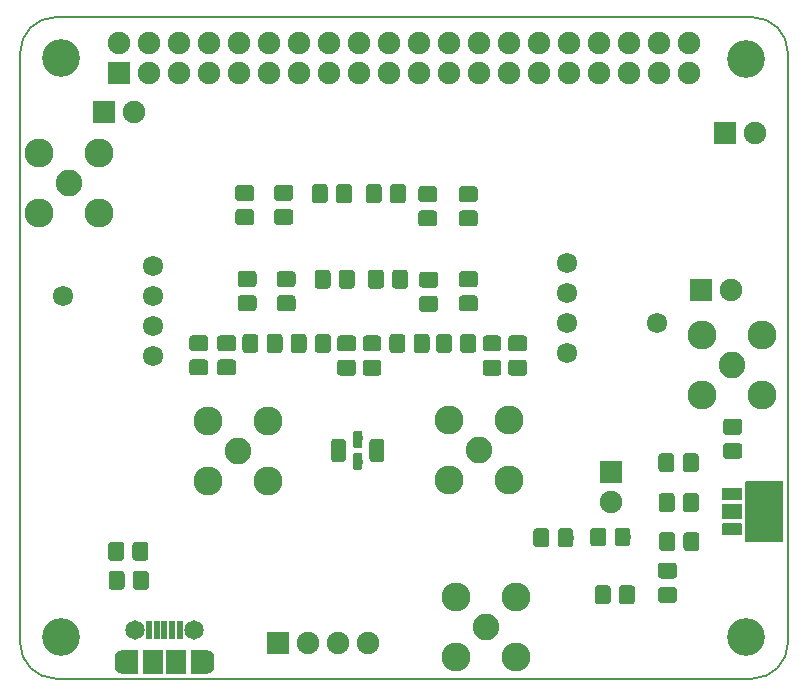
<source format=gts>
G04 #@! TF.GenerationSoftware,KiCad,Pcbnew,(5.1.4)-1*
G04 #@! TF.CreationDate,2019-10-20T15:20:57+05:30*
G04 #@! TF.ProjectId,RPi Hat RF Transmitter V1,52506920-4861-4742-9052-46205472616e,rev?*
G04 #@! TF.SameCoordinates,Original*
G04 #@! TF.FileFunction,Soldermask,Top*
G04 #@! TF.FilePolarity,Negative*
%FSLAX46Y46*%
G04 Gerber Fmt 4.6, Leading zero omitted, Abs format (unit mm)*
G04 Created by KiCad (PCBNEW (5.1.4)-1) date 2019-10-20 15:20:57*
%MOMM*%
%LPD*%
G04 APERTURE LIST*
%ADD10C,0.150000*%
%ADD11O,1.900000X1.900000*%
%ADD12R,1.900000X1.900000*%
%ADD13R,1.400000X2.100000*%
%ADD14O,1.400000X2.100000*%
%ADD15R,1.700000X2.100000*%
%ADD16C,1.650000*%
%ADD17R,0.600000X1.550000*%
%ADD18C,0.810000*%
%ADD19C,0.100000*%
%ADD20C,1.240000*%
%ADD21C,1.724000*%
%ADD22C,1.350000*%
%ADD23C,2.450000*%
%ADD24C,2.250000*%
%ADD25C,3.000000*%
%ADD26C,1.100000*%
%ADD27C,0.800000*%
%ADD28C,3.200000*%
G04 APERTURE END LIST*
D10*
X78546356Y-63817611D02*
X78546356Y-113817611D01*
X140546356Y-60817611D02*
X81546356Y-60817611D01*
X143546351Y-113822847D02*
X143546356Y-63817611D01*
X81546356Y-116817611D02*
X140546356Y-116817611D01*
X78546356Y-63817611D02*
G75*
G02X81546356Y-60817611I3000000J0D01*
G01*
X140546356Y-60817611D02*
G75*
G02X143546356Y-63817611I0J-3000000D01*
G01*
X81546356Y-116817611D02*
G75*
G02X78546356Y-113817611I0J3000000D01*
G01*
X143546351Y-113822847D02*
G75*
G02X140546356Y-116817611I-2999995J5236D01*
G01*
D11*
X138760000Y-83900000D03*
D12*
X136220000Y-83900000D03*
D11*
X88200000Y-68820000D03*
D12*
X85660000Y-68820000D03*
D13*
X87857500Y-115379500D03*
X93657500Y-115379500D03*
D14*
X94257500Y-115379500D03*
X87257500Y-115379500D03*
D15*
X89757500Y-115379500D03*
D16*
X93257500Y-112679500D03*
D17*
X90757500Y-112679500D03*
X91407500Y-112679500D03*
X92057500Y-112679500D03*
X89457500Y-112679500D03*
X90107500Y-112679500D03*
D16*
X88257500Y-112679500D03*
D15*
X91757500Y-115379500D03*
D18*
X107120000Y-96395000D03*
X107120000Y-98605000D03*
D19*
G36*
X107342348Y-95850975D02*
G01*
X107362006Y-95853891D01*
X107381283Y-95858720D01*
X107399993Y-95865414D01*
X107417958Y-95873911D01*
X107435003Y-95884127D01*
X107450965Y-95895965D01*
X107465689Y-95909311D01*
X107479035Y-95924035D01*
X107490873Y-95939997D01*
X107501089Y-95957042D01*
X107509586Y-95975007D01*
X107516280Y-95993717D01*
X107521109Y-96012994D01*
X107524025Y-96032652D01*
X107525000Y-96052500D01*
X107525000Y-97092500D01*
X107524025Y-97112348D01*
X107521109Y-97132006D01*
X107516280Y-97151283D01*
X107509586Y-97169993D01*
X107501089Y-97187958D01*
X107490873Y-97205003D01*
X107479035Y-97220965D01*
X107465689Y-97235689D01*
X107450965Y-97249035D01*
X107435003Y-97260873D01*
X107417958Y-97271089D01*
X107399993Y-97279586D01*
X107381283Y-97286280D01*
X107362006Y-97291109D01*
X107342348Y-97294025D01*
X107322500Y-97295000D01*
X106917500Y-97295000D01*
X106897652Y-97294025D01*
X106877994Y-97291109D01*
X106858717Y-97286280D01*
X106840007Y-97279586D01*
X106822042Y-97271089D01*
X106804997Y-97260873D01*
X106789035Y-97249035D01*
X106774311Y-97235689D01*
X106760965Y-97220965D01*
X106749127Y-97205003D01*
X106738911Y-97187958D01*
X106730414Y-97169993D01*
X106723720Y-97151283D01*
X106718891Y-97132006D01*
X106715975Y-97112348D01*
X106715000Y-97092500D01*
X106715000Y-96052500D01*
X106715975Y-96032652D01*
X106718891Y-96012994D01*
X106723720Y-95993717D01*
X106730414Y-95975007D01*
X106738911Y-95957042D01*
X106749127Y-95939997D01*
X106760965Y-95924035D01*
X106774311Y-95909311D01*
X106789035Y-95895965D01*
X106804997Y-95884127D01*
X106822042Y-95873911D01*
X106840007Y-95865414D01*
X106858717Y-95858720D01*
X106877994Y-95853891D01*
X106897652Y-95850975D01*
X106917500Y-95850000D01*
X107322500Y-95850000D01*
X107342348Y-95850975D01*
X107342348Y-95850975D01*
G37*
D18*
X107120000Y-96572500D03*
D19*
G36*
X107342348Y-97705975D02*
G01*
X107362006Y-97708891D01*
X107381283Y-97713720D01*
X107399993Y-97720414D01*
X107417958Y-97728911D01*
X107435003Y-97739127D01*
X107450965Y-97750965D01*
X107465689Y-97764311D01*
X107479035Y-97779035D01*
X107490873Y-97794997D01*
X107501089Y-97812042D01*
X107509586Y-97830007D01*
X107516280Y-97848717D01*
X107521109Y-97867994D01*
X107524025Y-97887652D01*
X107525000Y-97907500D01*
X107525000Y-98947500D01*
X107524025Y-98967348D01*
X107521109Y-98987006D01*
X107516280Y-99006283D01*
X107509586Y-99024993D01*
X107501089Y-99042958D01*
X107490873Y-99060003D01*
X107479035Y-99075965D01*
X107465689Y-99090689D01*
X107450965Y-99104035D01*
X107435003Y-99115873D01*
X107417958Y-99126089D01*
X107399993Y-99134586D01*
X107381283Y-99141280D01*
X107362006Y-99146109D01*
X107342348Y-99149025D01*
X107322500Y-99150000D01*
X106917500Y-99150000D01*
X106897652Y-99149025D01*
X106877994Y-99146109D01*
X106858717Y-99141280D01*
X106840007Y-99134586D01*
X106822042Y-99126089D01*
X106804997Y-99115873D01*
X106789035Y-99104035D01*
X106774311Y-99090689D01*
X106760965Y-99075965D01*
X106749127Y-99060003D01*
X106738911Y-99042958D01*
X106730414Y-99024993D01*
X106723720Y-99006283D01*
X106718891Y-98987006D01*
X106715975Y-98967348D01*
X106715000Y-98947500D01*
X106715000Y-97907500D01*
X106715975Y-97887652D01*
X106718891Y-97867994D01*
X106723720Y-97848717D01*
X106730414Y-97830007D01*
X106738911Y-97812042D01*
X106749127Y-97794997D01*
X106760965Y-97779035D01*
X106774311Y-97764311D01*
X106789035Y-97750965D01*
X106804997Y-97739127D01*
X106822042Y-97728911D01*
X106840007Y-97720414D01*
X106858717Y-97713720D01*
X106877994Y-97708891D01*
X106897652Y-97705975D01*
X106917500Y-97705000D01*
X107322500Y-97705000D01*
X107342348Y-97705975D01*
X107342348Y-97705975D01*
G37*
D18*
X107120000Y-98427500D03*
D19*
G36*
X109096570Y-96501433D02*
G01*
X109125459Y-96505718D01*
X109153789Y-96512815D01*
X109181287Y-96522653D01*
X109207688Y-96535140D01*
X109232738Y-96550155D01*
X109256195Y-96567552D01*
X109277835Y-96587165D01*
X109297448Y-96608805D01*
X109314845Y-96632262D01*
X109329860Y-96657312D01*
X109342347Y-96683713D01*
X109352185Y-96711211D01*
X109359282Y-96739541D01*
X109363567Y-96768430D01*
X109365000Y-96797600D01*
X109365000Y-98202400D01*
X109363567Y-98231570D01*
X109359282Y-98260459D01*
X109352185Y-98288789D01*
X109342347Y-98316287D01*
X109329860Y-98342688D01*
X109314845Y-98367738D01*
X109297448Y-98391195D01*
X109277835Y-98412835D01*
X109256195Y-98432448D01*
X109232738Y-98449845D01*
X109207688Y-98464860D01*
X109181287Y-98477347D01*
X109153789Y-98487185D01*
X109125459Y-98494282D01*
X109096570Y-98498567D01*
X109067400Y-98500000D01*
X108422600Y-98500000D01*
X108393430Y-98498567D01*
X108364541Y-98494282D01*
X108336211Y-98487185D01*
X108308713Y-98477347D01*
X108282312Y-98464860D01*
X108257262Y-98449845D01*
X108233805Y-98432448D01*
X108212165Y-98412835D01*
X108192552Y-98391195D01*
X108175155Y-98367738D01*
X108160140Y-98342688D01*
X108147653Y-98316287D01*
X108137815Y-98288789D01*
X108130718Y-98260459D01*
X108126433Y-98231570D01*
X108125000Y-98202400D01*
X108125000Y-96797600D01*
X108126433Y-96768430D01*
X108130718Y-96739541D01*
X108137815Y-96711211D01*
X108147653Y-96683713D01*
X108160140Y-96657312D01*
X108175155Y-96632262D01*
X108192552Y-96608805D01*
X108212165Y-96587165D01*
X108233805Y-96567552D01*
X108257262Y-96550155D01*
X108282312Y-96535140D01*
X108308713Y-96522653D01*
X108336211Y-96512815D01*
X108364541Y-96505718D01*
X108393430Y-96501433D01*
X108422600Y-96500000D01*
X109067400Y-96500000D01*
X109096570Y-96501433D01*
X109096570Y-96501433D01*
G37*
D20*
X108745000Y-97500000D03*
D19*
G36*
X105846570Y-96501433D02*
G01*
X105875459Y-96505718D01*
X105903789Y-96512815D01*
X105931287Y-96522653D01*
X105957688Y-96535140D01*
X105982738Y-96550155D01*
X106006195Y-96567552D01*
X106027835Y-96587165D01*
X106047448Y-96608805D01*
X106064845Y-96632262D01*
X106079860Y-96657312D01*
X106092347Y-96683713D01*
X106102185Y-96711211D01*
X106109282Y-96739541D01*
X106113567Y-96768430D01*
X106115000Y-96797600D01*
X106115000Y-98202400D01*
X106113567Y-98231570D01*
X106109282Y-98260459D01*
X106102185Y-98288789D01*
X106092347Y-98316287D01*
X106079860Y-98342688D01*
X106064845Y-98367738D01*
X106047448Y-98391195D01*
X106027835Y-98412835D01*
X106006195Y-98432448D01*
X105982738Y-98449845D01*
X105957688Y-98464860D01*
X105931287Y-98477347D01*
X105903789Y-98487185D01*
X105875459Y-98494282D01*
X105846570Y-98498567D01*
X105817400Y-98500000D01*
X105172600Y-98500000D01*
X105143430Y-98498567D01*
X105114541Y-98494282D01*
X105086211Y-98487185D01*
X105058713Y-98477347D01*
X105032312Y-98464860D01*
X105007262Y-98449845D01*
X104983805Y-98432448D01*
X104962165Y-98412835D01*
X104942552Y-98391195D01*
X104925155Y-98367738D01*
X104910140Y-98342688D01*
X104897653Y-98316287D01*
X104887815Y-98288789D01*
X104880718Y-98260459D01*
X104876433Y-98231570D01*
X104875000Y-98202400D01*
X104875000Y-96797600D01*
X104876433Y-96768430D01*
X104880718Y-96739541D01*
X104887815Y-96711211D01*
X104897653Y-96683713D01*
X104910140Y-96657312D01*
X104925155Y-96632262D01*
X104942552Y-96608805D01*
X104962165Y-96587165D01*
X104983805Y-96567552D01*
X105007262Y-96550155D01*
X105032312Y-96535140D01*
X105058713Y-96522653D01*
X105086211Y-96512815D01*
X105114541Y-96505718D01*
X105143430Y-96501433D01*
X105172600Y-96500000D01*
X105817400Y-96500000D01*
X105846570Y-96501433D01*
X105846570Y-96501433D01*
G37*
D20*
X105495000Y-97500000D03*
D21*
X89820000Y-81900000D03*
X89820000Y-84440000D03*
X89820000Y-86980000D03*
X89820000Y-89520000D03*
X82200000Y-84440000D03*
X124840000Y-89280000D03*
X124840000Y-86740000D03*
X124840000Y-84200000D03*
X124840000Y-81660000D03*
X132460000Y-86740000D03*
D19*
G36*
X121196289Y-89823413D02*
G01*
X121224778Y-89827639D01*
X121252715Y-89834637D01*
X121279832Y-89844340D01*
X121305867Y-89856653D01*
X121330570Y-89871460D01*
X121353703Y-89888616D01*
X121375043Y-89907957D01*
X121394384Y-89929297D01*
X121411540Y-89952430D01*
X121426347Y-89977133D01*
X121438660Y-90003168D01*
X121448363Y-90030285D01*
X121455361Y-90058222D01*
X121459587Y-90086711D01*
X121461000Y-90115477D01*
X121461000Y-90878523D01*
X121459587Y-90907289D01*
X121455361Y-90935778D01*
X121448363Y-90963715D01*
X121438660Y-90990832D01*
X121426347Y-91016867D01*
X121411540Y-91041570D01*
X121394384Y-91064703D01*
X121375043Y-91086043D01*
X121353703Y-91105384D01*
X121330570Y-91122540D01*
X121305867Y-91137347D01*
X121279832Y-91149660D01*
X121252715Y-91159363D01*
X121224778Y-91166361D01*
X121196289Y-91170587D01*
X121167523Y-91172000D01*
X120154477Y-91172000D01*
X120125711Y-91170587D01*
X120097222Y-91166361D01*
X120069285Y-91159363D01*
X120042168Y-91149660D01*
X120016133Y-91137347D01*
X119991430Y-91122540D01*
X119968297Y-91105384D01*
X119946957Y-91086043D01*
X119927616Y-91064703D01*
X119910460Y-91041570D01*
X119895653Y-91016867D01*
X119883340Y-90990832D01*
X119873637Y-90963715D01*
X119866639Y-90935778D01*
X119862413Y-90907289D01*
X119861000Y-90878523D01*
X119861000Y-90115477D01*
X119862413Y-90086711D01*
X119866639Y-90058222D01*
X119873637Y-90030285D01*
X119883340Y-90003168D01*
X119895653Y-89977133D01*
X119910460Y-89952430D01*
X119927616Y-89929297D01*
X119946957Y-89907957D01*
X119968297Y-89888616D01*
X119991430Y-89871460D01*
X120016133Y-89856653D01*
X120042168Y-89844340D01*
X120069285Y-89834637D01*
X120097222Y-89827639D01*
X120125711Y-89823413D01*
X120154477Y-89822000D01*
X121167523Y-89822000D01*
X121196289Y-89823413D01*
X121196289Y-89823413D01*
G37*
D22*
X120661000Y-90497000D03*
D19*
G36*
X121196289Y-87773413D02*
G01*
X121224778Y-87777639D01*
X121252715Y-87784637D01*
X121279832Y-87794340D01*
X121305867Y-87806653D01*
X121330570Y-87821460D01*
X121353703Y-87838616D01*
X121375043Y-87857957D01*
X121394384Y-87879297D01*
X121411540Y-87902430D01*
X121426347Y-87927133D01*
X121438660Y-87953168D01*
X121448363Y-87980285D01*
X121455361Y-88008222D01*
X121459587Y-88036711D01*
X121461000Y-88065477D01*
X121461000Y-88828523D01*
X121459587Y-88857289D01*
X121455361Y-88885778D01*
X121448363Y-88913715D01*
X121438660Y-88940832D01*
X121426347Y-88966867D01*
X121411540Y-88991570D01*
X121394384Y-89014703D01*
X121375043Y-89036043D01*
X121353703Y-89055384D01*
X121330570Y-89072540D01*
X121305867Y-89087347D01*
X121279832Y-89099660D01*
X121252715Y-89109363D01*
X121224778Y-89116361D01*
X121196289Y-89120587D01*
X121167523Y-89122000D01*
X120154477Y-89122000D01*
X120125711Y-89120587D01*
X120097222Y-89116361D01*
X120069285Y-89109363D01*
X120042168Y-89099660D01*
X120016133Y-89087347D01*
X119991430Y-89072540D01*
X119968297Y-89055384D01*
X119946957Y-89036043D01*
X119927616Y-89014703D01*
X119910460Y-88991570D01*
X119895653Y-88966867D01*
X119883340Y-88940832D01*
X119873637Y-88913715D01*
X119866639Y-88885778D01*
X119862413Y-88857289D01*
X119861000Y-88828523D01*
X119861000Y-88065477D01*
X119862413Y-88036711D01*
X119866639Y-88008222D01*
X119873637Y-87980285D01*
X119883340Y-87953168D01*
X119895653Y-87927133D01*
X119910460Y-87902430D01*
X119927616Y-87879297D01*
X119946957Y-87857957D01*
X119968297Y-87838616D01*
X119991430Y-87821460D01*
X120016133Y-87806653D01*
X120042168Y-87794340D01*
X120069285Y-87784637D01*
X120097222Y-87777639D01*
X120125711Y-87773413D01*
X120154477Y-87772000D01*
X121167523Y-87772000D01*
X121196289Y-87773413D01*
X121196289Y-87773413D01*
G37*
D22*
X120661000Y-88447000D03*
D19*
G36*
X116889289Y-87648413D02*
G01*
X116917778Y-87652639D01*
X116945715Y-87659637D01*
X116972832Y-87669340D01*
X116998867Y-87681653D01*
X117023570Y-87696460D01*
X117046703Y-87713616D01*
X117068043Y-87732957D01*
X117087384Y-87754297D01*
X117104540Y-87777430D01*
X117119347Y-87802133D01*
X117131660Y-87828168D01*
X117141363Y-87855285D01*
X117148361Y-87883222D01*
X117152587Y-87911711D01*
X117154000Y-87940477D01*
X117154000Y-88953523D01*
X117152587Y-88982289D01*
X117148361Y-89010778D01*
X117141363Y-89038715D01*
X117131660Y-89065832D01*
X117119347Y-89091867D01*
X117104540Y-89116570D01*
X117087384Y-89139703D01*
X117068043Y-89161043D01*
X117046703Y-89180384D01*
X117023570Y-89197540D01*
X116998867Y-89212347D01*
X116972832Y-89224660D01*
X116945715Y-89234363D01*
X116917778Y-89241361D01*
X116889289Y-89245587D01*
X116860523Y-89247000D01*
X116097477Y-89247000D01*
X116068711Y-89245587D01*
X116040222Y-89241361D01*
X116012285Y-89234363D01*
X115985168Y-89224660D01*
X115959133Y-89212347D01*
X115934430Y-89197540D01*
X115911297Y-89180384D01*
X115889957Y-89161043D01*
X115870616Y-89139703D01*
X115853460Y-89116570D01*
X115838653Y-89091867D01*
X115826340Y-89065832D01*
X115816637Y-89038715D01*
X115809639Y-89010778D01*
X115805413Y-88982289D01*
X115804000Y-88953523D01*
X115804000Y-87940477D01*
X115805413Y-87911711D01*
X115809639Y-87883222D01*
X115816637Y-87855285D01*
X115826340Y-87828168D01*
X115838653Y-87802133D01*
X115853460Y-87777430D01*
X115870616Y-87754297D01*
X115889957Y-87732957D01*
X115911297Y-87713616D01*
X115934430Y-87696460D01*
X115959133Y-87681653D01*
X115985168Y-87669340D01*
X116012285Y-87659637D01*
X116040222Y-87652639D01*
X116068711Y-87648413D01*
X116097477Y-87647000D01*
X116860523Y-87647000D01*
X116889289Y-87648413D01*
X116889289Y-87648413D01*
G37*
D22*
X116479000Y-88447000D03*
D19*
G36*
X114839289Y-87648413D02*
G01*
X114867778Y-87652639D01*
X114895715Y-87659637D01*
X114922832Y-87669340D01*
X114948867Y-87681653D01*
X114973570Y-87696460D01*
X114996703Y-87713616D01*
X115018043Y-87732957D01*
X115037384Y-87754297D01*
X115054540Y-87777430D01*
X115069347Y-87802133D01*
X115081660Y-87828168D01*
X115091363Y-87855285D01*
X115098361Y-87883222D01*
X115102587Y-87911711D01*
X115104000Y-87940477D01*
X115104000Y-88953523D01*
X115102587Y-88982289D01*
X115098361Y-89010778D01*
X115091363Y-89038715D01*
X115081660Y-89065832D01*
X115069347Y-89091867D01*
X115054540Y-89116570D01*
X115037384Y-89139703D01*
X115018043Y-89161043D01*
X114996703Y-89180384D01*
X114973570Y-89197540D01*
X114948867Y-89212347D01*
X114922832Y-89224660D01*
X114895715Y-89234363D01*
X114867778Y-89241361D01*
X114839289Y-89245587D01*
X114810523Y-89247000D01*
X114047477Y-89247000D01*
X114018711Y-89245587D01*
X113990222Y-89241361D01*
X113962285Y-89234363D01*
X113935168Y-89224660D01*
X113909133Y-89212347D01*
X113884430Y-89197540D01*
X113861297Y-89180384D01*
X113839957Y-89161043D01*
X113820616Y-89139703D01*
X113803460Y-89116570D01*
X113788653Y-89091867D01*
X113776340Y-89065832D01*
X113766637Y-89038715D01*
X113759639Y-89010778D01*
X113755413Y-88982289D01*
X113754000Y-88953523D01*
X113754000Y-87940477D01*
X113755413Y-87911711D01*
X113759639Y-87883222D01*
X113766637Y-87855285D01*
X113776340Y-87828168D01*
X113788653Y-87802133D01*
X113803460Y-87777430D01*
X113820616Y-87754297D01*
X113839957Y-87732957D01*
X113861297Y-87713616D01*
X113884430Y-87696460D01*
X113909133Y-87681653D01*
X113935168Y-87669340D01*
X113962285Y-87659637D01*
X113990222Y-87652639D01*
X114018711Y-87648413D01*
X114047477Y-87647000D01*
X114810523Y-87647000D01*
X114839289Y-87648413D01*
X114839289Y-87648413D01*
G37*
D22*
X114429000Y-88447000D03*
D19*
G36*
X119037289Y-89823413D02*
G01*
X119065778Y-89827639D01*
X119093715Y-89834637D01*
X119120832Y-89844340D01*
X119146867Y-89856653D01*
X119171570Y-89871460D01*
X119194703Y-89888616D01*
X119216043Y-89907957D01*
X119235384Y-89929297D01*
X119252540Y-89952430D01*
X119267347Y-89977133D01*
X119279660Y-90003168D01*
X119289363Y-90030285D01*
X119296361Y-90058222D01*
X119300587Y-90086711D01*
X119302000Y-90115477D01*
X119302000Y-90878523D01*
X119300587Y-90907289D01*
X119296361Y-90935778D01*
X119289363Y-90963715D01*
X119279660Y-90990832D01*
X119267347Y-91016867D01*
X119252540Y-91041570D01*
X119235384Y-91064703D01*
X119216043Y-91086043D01*
X119194703Y-91105384D01*
X119171570Y-91122540D01*
X119146867Y-91137347D01*
X119120832Y-91149660D01*
X119093715Y-91159363D01*
X119065778Y-91166361D01*
X119037289Y-91170587D01*
X119008523Y-91172000D01*
X117995477Y-91172000D01*
X117966711Y-91170587D01*
X117938222Y-91166361D01*
X117910285Y-91159363D01*
X117883168Y-91149660D01*
X117857133Y-91137347D01*
X117832430Y-91122540D01*
X117809297Y-91105384D01*
X117787957Y-91086043D01*
X117768616Y-91064703D01*
X117751460Y-91041570D01*
X117736653Y-91016867D01*
X117724340Y-90990832D01*
X117714637Y-90963715D01*
X117707639Y-90935778D01*
X117703413Y-90907289D01*
X117702000Y-90878523D01*
X117702000Y-90115477D01*
X117703413Y-90086711D01*
X117707639Y-90058222D01*
X117714637Y-90030285D01*
X117724340Y-90003168D01*
X117736653Y-89977133D01*
X117751460Y-89952430D01*
X117768616Y-89929297D01*
X117787957Y-89907957D01*
X117809297Y-89888616D01*
X117832430Y-89871460D01*
X117857133Y-89856653D01*
X117883168Y-89844340D01*
X117910285Y-89834637D01*
X117938222Y-89827639D01*
X117966711Y-89823413D01*
X117995477Y-89822000D01*
X119008523Y-89822000D01*
X119037289Y-89823413D01*
X119037289Y-89823413D01*
G37*
D22*
X118502000Y-90497000D03*
D19*
G36*
X119037289Y-87773413D02*
G01*
X119065778Y-87777639D01*
X119093715Y-87784637D01*
X119120832Y-87794340D01*
X119146867Y-87806653D01*
X119171570Y-87821460D01*
X119194703Y-87838616D01*
X119216043Y-87857957D01*
X119235384Y-87879297D01*
X119252540Y-87902430D01*
X119267347Y-87927133D01*
X119279660Y-87953168D01*
X119289363Y-87980285D01*
X119296361Y-88008222D01*
X119300587Y-88036711D01*
X119302000Y-88065477D01*
X119302000Y-88828523D01*
X119300587Y-88857289D01*
X119296361Y-88885778D01*
X119289363Y-88913715D01*
X119279660Y-88940832D01*
X119267347Y-88966867D01*
X119252540Y-88991570D01*
X119235384Y-89014703D01*
X119216043Y-89036043D01*
X119194703Y-89055384D01*
X119171570Y-89072540D01*
X119146867Y-89087347D01*
X119120832Y-89099660D01*
X119093715Y-89109363D01*
X119065778Y-89116361D01*
X119037289Y-89120587D01*
X119008523Y-89122000D01*
X117995477Y-89122000D01*
X117966711Y-89120587D01*
X117938222Y-89116361D01*
X117910285Y-89109363D01*
X117883168Y-89099660D01*
X117857133Y-89087347D01*
X117832430Y-89072540D01*
X117809297Y-89055384D01*
X117787957Y-89036043D01*
X117768616Y-89014703D01*
X117751460Y-88991570D01*
X117736653Y-88966867D01*
X117724340Y-88940832D01*
X117714637Y-88913715D01*
X117707639Y-88885778D01*
X117703413Y-88857289D01*
X117702000Y-88828523D01*
X117702000Y-88065477D01*
X117703413Y-88036711D01*
X117707639Y-88008222D01*
X117714637Y-87980285D01*
X117724340Y-87953168D01*
X117736653Y-87927133D01*
X117751460Y-87902430D01*
X117768616Y-87879297D01*
X117787957Y-87857957D01*
X117809297Y-87838616D01*
X117832430Y-87821460D01*
X117857133Y-87806653D01*
X117883168Y-87794340D01*
X117910285Y-87784637D01*
X117938222Y-87777639D01*
X117966711Y-87773413D01*
X117995477Y-87772000D01*
X119008523Y-87772000D01*
X119037289Y-87773413D01*
X119037289Y-87773413D01*
G37*
D22*
X118502000Y-88447000D03*
D19*
G36*
X112943289Y-87648413D02*
G01*
X112971778Y-87652639D01*
X112999715Y-87659637D01*
X113026832Y-87669340D01*
X113052867Y-87681653D01*
X113077570Y-87696460D01*
X113100703Y-87713616D01*
X113122043Y-87732957D01*
X113141384Y-87754297D01*
X113158540Y-87777430D01*
X113173347Y-87802133D01*
X113185660Y-87828168D01*
X113195363Y-87855285D01*
X113202361Y-87883222D01*
X113206587Y-87911711D01*
X113208000Y-87940477D01*
X113208000Y-88953523D01*
X113206587Y-88982289D01*
X113202361Y-89010778D01*
X113195363Y-89038715D01*
X113185660Y-89065832D01*
X113173347Y-89091867D01*
X113158540Y-89116570D01*
X113141384Y-89139703D01*
X113122043Y-89161043D01*
X113100703Y-89180384D01*
X113077570Y-89197540D01*
X113052867Y-89212347D01*
X113026832Y-89224660D01*
X112999715Y-89234363D01*
X112971778Y-89241361D01*
X112943289Y-89245587D01*
X112914523Y-89247000D01*
X112151477Y-89247000D01*
X112122711Y-89245587D01*
X112094222Y-89241361D01*
X112066285Y-89234363D01*
X112039168Y-89224660D01*
X112013133Y-89212347D01*
X111988430Y-89197540D01*
X111965297Y-89180384D01*
X111943957Y-89161043D01*
X111924616Y-89139703D01*
X111907460Y-89116570D01*
X111892653Y-89091867D01*
X111880340Y-89065832D01*
X111870637Y-89038715D01*
X111863639Y-89010778D01*
X111859413Y-88982289D01*
X111858000Y-88953523D01*
X111858000Y-87940477D01*
X111859413Y-87911711D01*
X111863639Y-87883222D01*
X111870637Y-87855285D01*
X111880340Y-87828168D01*
X111892653Y-87802133D01*
X111907460Y-87777430D01*
X111924616Y-87754297D01*
X111943957Y-87732957D01*
X111965297Y-87713616D01*
X111988430Y-87696460D01*
X112013133Y-87681653D01*
X112039168Y-87669340D01*
X112066285Y-87659637D01*
X112094222Y-87652639D01*
X112122711Y-87648413D01*
X112151477Y-87647000D01*
X112914523Y-87647000D01*
X112943289Y-87648413D01*
X112943289Y-87648413D01*
G37*
D22*
X112533000Y-88447000D03*
D19*
G36*
X110893289Y-87648413D02*
G01*
X110921778Y-87652639D01*
X110949715Y-87659637D01*
X110976832Y-87669340D01*
X111002867Y-87681653D01*
X111027570Y-87696460D01*
X111050703Y-87713616D01*
X111072043Y-87732957D01*
X111091384Y-87754297D01*
X111108540Y-87777430D01*
X111123347Y-87802133D01*
X111135660Y-87828168D01*
X111145363Y-87855285D01*
X111152361Y-87883222D01*
X111156587Y-87911711D01*
X111158000Y-87940477D01*
X111158000Y-88953523D01*
X111156587Y-88982289D01*
X111152361Y-89010778D01*
X111145363Y-89038715D01*
X111135660Y-89065832D01*
X111123347Y-89091867D01*
X111108540Y-89116570D01*
X111091384Y-89139703D01*
X111072043Y-89161043D01*
X111050703Y-89180384D01*
X111027570Y-89197540D01*
X111002867Y-89212347D01*
X110976832Y-89224660D01*
X110949715Y-89234363D01*
X110921778Y-89241361D01*
X110893289Y-89245587D01*
X110864523Y-89247000D01*
X110101477Y-89247000D01*
X110072711Y-89245587D01*
X110044222Y-89241361D01*
X110016285Y-89234363D01*
X109989168Y-89224660D01*
X109963133Y-89212347D01*
X109938430Y-89197540D01*
X109915297Y-89180384D01*
X109893957Y-89161043D01*
X109874616Y-89139703D01*
X109857460Y-89116570D01*
X109842653Y-89091867D01*
X109830340Y-89065832D01*
X109820637Y-89038715D01*
X109813639Y-89010778D01*
X109809413Y-88982289D01*
X109808000Y-88953523D01*
X109808000Y-87940477D01*
X109809413Y-87911711D01*
X109813639Y-87883222D01*
X109820637Y-87855285D01*
X109830340Y-87828168D01*
X109842653Y-87802133D01*
X109857460Y-87777430D01*
X109874616Y-87754297D01*
X109893957Y-87732957D01*
X109915297Y-87713616D01*
X109938430Y-87696460D01*
X109963133Y-87681653D01*
X109989168Y-87669340D01*
X110016285Y-87659637D01*
X110044222Y-87652639D01*
X110072711Y-87648413D01*
X110101477Y-87647000D01*
X110864523Y-87647000D01*
X110893289Y-87648413D01*
X110893289Y-87648413D01*
G37*
D22*
X110483000Y-88447000D03*
D19*
G36*
X135792289Y-104420913D02*
G01*
X135820778Y-104425139D01*
X135848715Y-104432137D01*
X135875832Y-104441840D01*
X135901867Y-104454153D01*
X135926570Y-104468960D01*
X135949703Y-104486116D01*
X135971043Y-104505457D01*
X135990384Y-104526797D01*
X136007540Y-104549930D01*
X136022347Y-104574633D01*
X136034660Y-104600668D01*
X136044363Y-104627785D01*
X136051361Y-104655722D01*
X136055587Y-104684211D01*
X136057000Y-104712977D01*
X136057000Y-105726023D01*
X136055587Y-105754789D01*
X136051361Y-105783278D01*
X136044363Y-105811215D01*
X136034660Y-105838332D01*
X136022347Y-105864367D01*
X136007540Y-105889070D01*
X135990384Y-105912203D01*
X135971043Y-105933543D01*
X135949703Y-105952884D01*
X135926570Y-105970040D01*
X135901867Y-105984847D01*
X135875832Y-105997160D01*
X135848715Y-106006863D01*
X135820778Y-106013861D01*
X135792289Y-106018087D01*
X135763523Y-106019500D01*
X135000477Y-106019500D01*
X134971711Y-106018087D01*
X134943222Y-106013861D01*
X134915285Y-106006863D01*
X134888168Y-105997160D01*
X134862133Y-105984847D01*
X134837430Y-105970040D01*
X134814297Y-105952884D01*
X134792957Y-105933543D01*
X134773616Y-105912203D01*
X134756460Y-105889070D01*
X134741653Y-105864367D01*
X134729340Y-105838332D01*
X134719637Y-105811215D01*
X134712639Y-105783278D01*
X134708413Y-105754789D01*
X134707000Y-105726023D01*
X134707000Y-104712977D01*
X134708413Y-104684211D01*
X134712639Y-104655722D01*
X134719637Y-104627785D01*
X134729340Y-104600668D01*
X134741653Y-104574633D01*
X134756460Y-104549930D01*
X134773616Y-104526797D01*
X134792957Y-104505457D01*
X134814297Y-104486116D01*
X134837430Y-104468960D01*
X134862133Y-104454153D01*
X134888168Y-104441840D01*
X134915285Y-104432137D01*
X134943222Y-104425139D01*
X134971711Y-104420913D01*
X135000477Y-104419500D01*
X135763523Y-104419500D01*
X135792289Y-104420913D01*
X135792289Y-104420913D01*
G37*
D22*
X135382000Y-105219500D03*
D19*
G36*
X133742289Y-104420913D02*
G01*
X133770778Y-104425139D01*
X133798715Y-104432137D01*
X133825832Y-104441840D01*
X133851867Y-104454153D01*
X133876570Y-104468960D01*
X133899703Y-104486116D01*
X133921043Y-104505457D01*
X133940384Y-104526797D01*
X133957540Y-104549930D01*
X133972347Y-104574633D01*
X133984660Y-104600668D01*
X133994363Y-104627785D01*
X134001361Y-104655722D01*
X134005587Y-104684211D01*
X134007000Y-104712977D01*
X134007000Y-105726023D01*
X134005587Y-105754789D01*
X134001361Y-105783278D01*
X133994363Y-105811215D01*
X133984660Y-105838332D01*
X133972347Y-105864367D01*
X133957540Y-105889070D01*
X133940384Y-105912203D01*
X133921043Y-105933543D01*
X133899703Y-105952884D01*
X133876570Y-105970040D01*
X133851867Y-105984847D01*
X133825832Y-105997160D01*
X133798715Y-106006863D01*
X133770778Y-106013861D01*
X133742289Y-106018087D01*
X133713523Y-106019500D01*
X132950477Y-106019500D01*
X132921711Y-106018087D01*
X132893222Y-106013861D01*
X132865285Y-106006863D01*
X132838168Y-105997160D01*
X132812133Y-105984847D01*
X132787430Y-105970040D01*
X132764297Y-105952884D01*
X132742957Y-105933543D01*
X132723616Y-105912203D01*
X132706460Y-105889070D01*
X132691653Y-105864367D01*
X132679340Y-105838332D01*
X132669637Y-105811215D01*
X132662639Y-105783278D01*
X132658413Y-105754789D01*
X132657000Y-105726023D01*
X132657000Y-104712977D01*
X132658413Y-104684211D01*
X132662639Y-104655722D01*
X132669637Y-104627785D01*
X132679340Y-104600668D01*
X132691653Y-104574633D01*
X132706460Y-104549930D01*
X132723616Y-104526797D01*
X132742957Y-104505457D01*
X132764297Y-104486116D01*
X132787430Y-104468960D01*
X132812133Y-104454153D01*
X132838168Y-104441840D01*
X132865285Y-104432137D01*
X132893222Y-104425139D01*
X132921711Y-104420913D01*
X132950477Y-104419500D01*
X133713523Y-104419500D01*
X133742289Y-104420913D01*
X133742289Y-104420913D01*
G37*
D22*
X133332000Y-105219500D03*
D23*
X120523000Y-114998500D03*
X115443000Y-114998500D03*
X115443000Y-109918500D03*
X120523000Y-109918500D03*
D24*
X117983000Y-112458500D03*
D23*
X80140000Y-77420000D03*
X80140000Y-72340000D03*
X85220000Y-72340000D03*
X85220000Y-77420000D03*
D24*
X82680000Y-74880000D03*
D19*
G36*
X128281289Y-108929413D02*
G01*
X128309778Y-108933639D01*
X128337715Y-108940637D01*
X128364832Y-108950340D01*
X128390867Y-108962653D01*
X128415570Y-108977460D01*
X128438703Y-108994616D01*
X128460043Y-109013957D01*
X128479384Y-109035297D01*
X128496540Y-109058430D01*
X128511347Y-109083133D01*
X128523660Y-109109168D01*
X128533363Y-109136285D01*
X128540361Y-109164222D01*
X128544587Y-109192711D01*
X128546000Y-109221477D01*
X128546000Y-110234523D01*
X128544587Y-110263289D01*
X128540361Y-110291778D01*
X128533363Y-110319715D01*
X128523660Y-110346832D01*
X128511347Y-110372867D01*
X128496540Y-110397570D01*
X128479384Y-110420703D01*
X128460043Y-110442043D01*
X128438703Y-110461384D01*
X128415570Y-110478540D01*
X128390867Y-110493347D01*
X128364832Y-110505660D01*
X128337715Y-110515363D01*
X128309778Y-110522361D01*
X128281289Y-110526587D01*
X128252523Y-110528000D01*
X127489477Y-110528000D01*
X127460711Y-110526587D01*
X127432222Y-110522361D01*
X127404285Y-110515363D01*
X127377168Y-110505660D01*
X127351133Y-110493347D01*
X127326430Y-110478540D01*
X127303297Y-110461384D01*
X127281957Y-110442043D01*
X127262616Y-110420703D01*
X127245460Y-110397570D01*
X127230653Y-110372867D01*
X127218340Y-110346832D01*
X127208637Y-110319715D01*
X127201639Y-110291778D01*
X127197413Y-110263289D01*
X127196000Y-110234523D01*
X127196000Y-109221477D01*
X127197413Y-109192711D01*
X127201639Y-109164222D01*
X127208637Y-109136285D01*
X127218340Y-109109168D01*
X127230653Y-109083133D01*
X127245460Y-109058430D01*
X127262616Y-109035297D01*
X127281957Y-109013957D01*
X127303297Y-108994616D01*
X127326430Y-108977460D01*
X127351133Y-108962653D01*
X127377168Y-108950340D01*
X127404285Y-108940637D01*
X127432222Y-108933639D01*
X127460711Y-108929413D01*
X127489477Y-108928000D01*
X128252523Y-108928000D01*
X128281289Y-108929413D01*
X128281289Y-108929413D01*
G37*
D22*
X127871000Y-109728000D03*
D19*
G36*
X130331289Y-108929413D02*
G01*
X130359778Y-108933639D01*
X130387715Y-108940637D01*
X130414832Y-108950340D01*
X130440867Y-108962653D01*
X130465570Y-108977460D01*
X130488703Y-108994616D01*
X130510043Y-109013957D01*
X130529384Y-109035297D01*
X130546540Y-109058430D01*
X130561347Y-109083133D01*
X130573660Y-109109168D01*
X130583363Y-109136285D01*
X130590361Y-109164222D01*
X130594587Y-109192711D01*
X130596000Y-109221477D01*
X130596000Y-110234523D01*
X130594587Y-110263289D01*
X130590361Y-110291778D01*
X130583363Y-110319715D01*
X130573660Y-110346832D01*
X130561347Y-110372867D01*
X130546540Y-110397570D01*
X130529384Y-110420703D01*
X130510043Y-110442043D01*
X130488703Y-110461384D01*
X130465570Y-110478540D01*
X130440867Y-110493347D01*
X130414832Y-110505660D01*
X130387715Y-110515363D01*
X130359778Y-110522361D01*
X130331289Y-110526587D01*
X130302523Y-110528000D01*
X129539477Y-110528000D01*
X129510711Y-110526587D01*
X129482222Y-110522361D01*
X129454285Y-110515363D01*
X129427168Y-110505660D01*
X129401133Y-110493347D01*
X129376430Y-110478540D01*
X129353297Y-110461384D01*
X129331957Y-110442043D01*
X129312616Y-110420703D01*
X129295460Y-110397570D01*
X129280653Y-110372867D01*
X129268340Y-110346832D01*
X129258637Y-110319715D01*
X129251639Y-110291778D01*
X129247413Y-110263289D01*
X129246000Y-110234523D01*
X129246000Y-109221477D01*
X129247413Y-109192711D01*
X129251639Y-109164222D01*
X129258637Y-109136285D01*
X129268340Y-109109168D01*
X129280653Y-109083133D01*
X129295460Y-109058430D01*
X129312616Y-109035297D01*
X129331957Y-109013957D01*
X129353297Y-108994616D01*
X129376430Y-108977460D01*
X129401133Y-108962653D01*
X129427168Y-108950340D01*
X129454285Y-108940637D01*
X129482222Y-108933639D01*
X129510711Y-108929413D01*
X129539477Y-108928000D01*
X130302523Y-108928000D01*
X130331289Y-108929413D01*
X130331289Y-108929413D01*
G37*
D22*
X129921000Y-109728000D03*
D19*
G36*
X135746789Y-101118913D02*
G01*
X135775278Y-101123139D01*
X135803215Y-101130137D01*
X135830332Y-101139840D01*
X135856367Y-101152153D01*
X135881070Y-101166960D01*
X135904203Y-101184116D01*
X135925543Y-101203457D01*
X135944884Y-101224797D01*
X135962040Y-101247930D01*
X135976847Y-101272633D01*
X135989160Y-101298668D01*
X135998863Y-101325785D01*
X136005861Y-101353722D01*
X136010087Y-101382211D01*
X136011500Y-101410977D01*
X136011500Y-102424023D01*
X136010087Y-102452789D01*
X136005861Y-102481278D01*
X135998863Y-102509215D01*
X135989160Y-102536332D01*
X135976847Y-102562367D01*
X135962040Y-102587070D01*
X135944884Y-102610203D01*
X135925543Y-102631543D01*
X135904203Y-102650884D01*
X135881070Y-102668040D01*
X135856367Y-102682847D01*
X135830332Y-102695160D01*
X135803215Y-102704863D01*
X135775278Y-102711861D01*
X135746789Y-102716087D01*
X135718023Y-102717500D01*
X134954977Y-102717500D01*
X134926211Y-102716087D01*
X134897722Y-102711861D01*
X134869785Y-102704863D01*
X134842668Y-102695160D01*
X134816633Y-102682847D01*
X134791930Y-102668040D01*
X134768797Y-102650884D01*
X134747457Y-102631543D01*
X134728116Y-102610203D01*
X134710960Y-102587070D01*
X134696153Y-102562367D01*
X134683840Y-102536332D01*
X134674137Y-102509215D01*
X134667139Y-102481278D01*
X134662913Y-102452789D01*
X134661500Y-102424023D01*
X134661500Y-101410977D01*
X134662913Y-101382211D01*
X134667139Y-101353722D01*
X134674137Y-101325785D01*
X134683840Y-101298668D01*
X134696153Y-101272633D01*
X134710960Y-101247930D01*
X134728116Y-101224797D01*
X134747457Y-101203457D01*
X134768797Y-101184116D01*
X134791930Y-101166960D01*
X134816633Y-101152153D01*
X134842668Y-101139840D01*
X134869785Y-101130137D01*
X134897722Y-101123139D01*
X134926211Y-101118913D01*
X134954977Y-101117500D01*
X135718023Y-101117500D01*
X135746789Y-101118913D01*
X135746789Y-101118913D01*
G37*
D22*
X135336500Y-101917500D03*
D19*
G36*
X133696789Y-101118913D02*
G01*
X133725278Y-101123139D01*
X133753215Y-101130137D01*
X133780332Y-101139840D01*
X133806367Y-101152153D01*
X133831070Y-101166960D01*
X133854203Y-101184116D01*
X133875543Y-101203457D01*
X133894884Y-101224797D01*
X133912040Y-101247930D01*
X133926847Y-101272633D01*
X133939160Y-101298668D01*
X133948863Y-101325785D01*
X133955861Y-101353722D01*
X133960087Y-101382211D01*
X133961500Y-101410977D01*
X133961500Y-102424023D01*
X133960087Y-102452789D01*
X133955861Y-102481278D01*
X133948863Y-102509215D01*
X133939160Y-102536332D01*
X133926847Y-102562367D01*
X133912040Y-102587070D01*
X133894884Y-102610203D01*
X133875543Y-102631543D01*
X133854203Y-102650884D01*
X133831070Y-102668040D01*
X133806367Y-102682847D01*
X133780332Y-102695160D01*
X133753215Y-102704863D01*
X133725278Y-102711861D01*
X133696789Y-102716087D01*
X133668023Y-102717500D01*
X132904977Y-102717500D01*
X132876211Y-102716087D01*
X132847722Y-102711861D01*
X132819785Y-102704863D01*
X132792668Y-102695160D01*
X132766633Y-102682847D01*
X132741930Y-102668040D01*
X132718797Y-102650884D01*
X132697457Y-102631543D01*
X132678116Y-102610203D01*
X132660960Y-102587070D01*
X132646153Y-102562367D01*
X132633840Y-102536332D01*
X132624137Y-102509215D01*
X132617139Y-102481278D01*
X132612913Y-102452789D01*
X132611500Y-102424023D01*
X132611500Y-101410977D01*
X132612913Y-101382211D01*
X132617139Y-101353722D01*
X132624137Y-101325785D01*
X132633840Y-101298668D01*
X132646153Y-101272633D01*
X132660960Y-101247930D01*
X132678116Y-101224797D01*
X132697457Y-101203457D01*
X132718797Y-101184116D01*
X132741930Y-101166960D01*
X132766633Y-101152153D01*
X132792668Y-101139840D01*
X132819785Y-101130137D01*
X132847722Y-101123139D01*
X132876211Y-101118913D01*
X132904977Y-101117500D01*
X133668023Y-101117500D01*
X133696789Y-101118913D01*
X133696789Y-101118913D01*
G37*
D22*
X133286500Y-101917500D03*
D19*
G36*
X135728789Y-97753413D02*
G01*
X135757278Y-97757639D01*
X135785215Y-97764637D01*
X135812332Y-97774340D01*
X135838367Y-97786653D01*
X135863070Y-97801460D01*
X135886203Y-97818616D01*
X135907543Y-97837957D01*
X135926884Y-97859297D01*
X135944040Y-97882430D01*
X135958847Y-97907133D01*
X135971160Y-97933168D01*
X135980863Y-97960285D01*
X135987861Y-97988222D01*
X135992087Y-98016711D01*
X135993500Y-98045477D01*
X135993500Y-99058523D01*
X135992087Y-99087289D01*
X135987861Y-99115778D01*
X135980863Y-99143715D01*
X135971160Y-99170832D01*
X135958847Y-99196867D01*
X135944040Y-99221570D01*
X135926884Y-99244703D01*
X135907543Y-99266043D01*
X135886203Y-99285384D01*
X135863070Y-99302540D01*
X135838367Y-99317347D01*
X135812332Y-99329660D01*
X135785215Y-99339363D01*
X135757278Y-99346361D01*
X135728789Y-99350587D01*
X135700023Y-99352000D01*
X134936977Y-99352000D01*
X134908211Y-99350587D01*
X134879722Y-99346361D01*
X134851785Y-99339363D01*
X134824668Y-99329660D01*
X134798633Y-99317347D01*
X134773930Y-99302540D01*
X134750797Y-99285384D01*
X134729457Y-99266043D01*
X134710116Y-99244703D01*
X134692960Y-99221570D01*
X134678153Y-99196867D01*
X134665840Y-99170832D01*
X134656137Y-99143715D01*
X134649139Y-99115778D01*
X134644913Y-99087289D01*
X134643500Y-99058523D01*
X134643500Y-98045477D01*
X134644913Y-98016711D01*
X134649139Y-97988222D01*
X134656137Y-97960285D01*
X134665840Y-97933168D01*
X134678153Y-97907133D01*
X134692960Y-97882430D01*
X134710116Y-97859297D01*
X134729457Y-97837957D01*
X134750797Y-97818616D01*
X134773930Y-97801460D01*
X134798633Y-97786653D01*
X134824668Y-97774340D01*
X134851785Y-97764637D01*
X134879722Y-97757639D01*
X134908211Y-97753413D01*
X134936977Y-97752000D01*
X135700023Y-97752000D01*
X135728789Y-97753413D01*
X135728789Y-97753413D01*
G37*
D22*
X135318500Y-98552000D03*
D19*
G36*
X133678789Y-97753413D02*
G01*
X133707278Y-97757639D01*
X133735215Y-97764637D01*
X133762332Y-97774340D01*
X133788367Y-97786653D01*
X133813070Y-97801460D01*
X133836203Y-97818616D01*
X133857543Y-97837957D01*
X133876884Y-97859297D01*
X133894040Y-97882430D01*
X133908847Y-97907133D01*
X133921160Y-97933168D01*
X133930863Y-97960285D01*
X133937861Y-97988222D01*
X133942087Y-98016711D01*
X133943500Y-98045477D01*
X133943500Y-99058523D01*
X133942087Y-99087289D01*
X133937861Y-99115778D01*
X133930863Y-99143715D01*
X133921160Y-99170832D01*
X133908847Y-99196867D01*
X133894040Y-99221570D01*
X133876884Y-99244703D01*
X133857543Y-99266043D01*
X133836203Y-99285384D01*
X133813070Y-99302540D01*
X133788367Y-99317347D01*
X133762332Y-99329660D01*
X133735215Y-99339363D01*
X133707278Y-99346361D01*
X133678789Y-99350587D01*
X133650023Y-99352000D01*
X132886977Y-99352000D01*
X132858211Y-99350587D01*
X132829722Y-99346361D01*
X132801785Y-99339363D01*
X132774668Y-99329660D01*
X132748633Y-99317347D01*
X132723930Y-99302540D01*
X132700797Y-99285384D01*
X132679457Y-99266043D01*
X132660116Y-99244703D01*
X132642960Y-99221570D01*
X132628153Y-99196867D01*
X132615840Y-99170832D01*
X132606137Y-99143715D01*
X132599139Y-99115778D01*
X132594913Y-99087289D01*
X132593500Y-99058523D01*
X132593500Y-98045477D01*
X132594913Y-98016711D01*
X132599139Y-97988222D01*
X132606137Y-97960285D01*
X132615840Y-97933168D01*
X132628153Y-97907133D01*
X132642960Y-97882430D01*
X132660116Y-97859297D01*
X132679457Y-97837957D01*
X132700797Y-97818616D01*
X132723930Y-97801460D01*
X132748633Y-97786653D01*
X132774668Y-97774340D01*
X132801785Y-97764637D01*
X132829722Y-97757639D01*
X132858211Y-97753413D01*
X132886977Y-97752000D01*
X133650023Y-97752000D01*
X133678789Y-97753413D01*
X133678789Y-97753413D01*
G37*
D22*
X133268500Y-98552000D03*
D19*
G36*
X139409789Y-96871413D02*
G01*
X139438278Y-96875639D01*
X139466215Y-96882637D01*
X139493332Y-96892340D01*
X139519367Y-96904653D01*
X139544070Y-96919460D01*
X139567203Y-96936616D01*
X139588543Y-96955957D01*
X139607884Y-96977297D01*
X139625040Y-97000430D01*
X139639847Y-97025133D01*
X139652160Y-97051168D01*
X139661863Y-97078285D01*
X139668861Y-97106222D01*
X139673087Y-97134711D01*
X139674500Y-97163477D01*
X139674500Y-97926523D01*
X139673087Y-97955289D01*
X139668861Y-97983778D01*
X139661863Y-98011715D01*
X139652160Y-98038832D01*
X139639847Y-98064867D01*
X139625040Y-98089570D01*
X139607884Y-98112703D01*
X139588543Y-98134043D01*
X139567203Y-98153384D01*
X139544070Y-98170540D01*
X139519367Y-98185347D01*
X139493332Y-98197660D01*
X139466215Y-98207363D01*
X139438278Y-98214361D01*
X139409789Y-98218587D01*
X139381023Y-98220000D01*
X138367977Y-98220000D01*
X138339211Y-98218587D01*
X138310722Y-98214361D01*
X138282785Y-98207363D01*
X138255668Y-98197660D01*
X138229633Y-98185347D01*
X138204930Y-98170540D01*
X138181797Y-98153384D01*
X138160457Y-98134043D01*
X138141116Y-98112703D01*
X138123960Y-98089570D01*
X138109153Y-98064867D01*
X138096840Y-98038832D01*
X138087137Y-98011715D01*
X138080139Y-97983778D01*
X138075913Y-97955289D01*
X138074500Y-97926523D01*
X138074500Y-97163477D01*
X138075913Y-97134711D01*
X138080139Y-97106222D01*
X138087137Y-97078285D01*
X138096840Y-97051168D01*
X138109153Y-97025133D01*
X138123960Y-97000430D01*
X138141116Y-96977297D01*
X138160457Y-96955957D01*
X138181797Y-96936616D01*
X138204930Y-96919460D01*
X138229633Y-96904653D01*
X138255668Y-96892340D01*
X138282785Y-96882637D01*
X138310722Y-96875639D01*
X138339211Y-96871413D01*
X138367977Y-96870000D01*
X139381023Y-96870000D01*
X139409789Y-96871413D01*
X139409789Y-96871413D01*
G37*
D22*
X138874500Y-97545000D03*
D19*
G36*
X139409789Y-94821413D02*
G01*
X139438278Y-94825639D01*
X139466215Y-94832637D01*
X139493332Y-94842340D01*
X139519367Y-94854653D01*
X139544070Y-94869460D01*
X139567203Y-94886616D01*
X139588543Y-94905957D01*
X139607884Y-94927297D01*
X139625040Y-94950430D01*
X139639847Y-94975133D01*
X139652160Y-95001168D01*
X139661863Y-95028285D01*
X139668861Y-95056222D01*
X139673087Y-95084711D01*
X139674500Y-95113477D01*
X139674500Y-95876523D01*
X139673087Y-95905289D01*
X139668861Y-95933778D01*
X139661863Y-95961715D01*
X139652160Y-95988832D01*
X139639847Y-96014867D01*
X139625040Y-96039570D01*
X139607884Y-96062703D01*
X139588543Y-96084043D01*
X139567203Y-96103384D01*
X139544070Y-96120540D01*
X139519367Y-96135347D01*
X139493332Y-96147660D01*
X139466215Y-96157363D01*
X139438278Y-96164361D01*
X139409789Y-96168587D01*
X139381023Y-96170000D01*
X138367977Y-96170000D01*
X138339211Y-96168587D01*
X138310722Y-96164361D01*
X138282785Y-96157363D01*
X138255668Y-96147660D01*
X138229633Y-96135347D01*
X138204930Y-96120540D01*
X138181797Y-96103384D01*
X138160457Y-96084043D01*
X138141116Y-96062703D01*
X138123960Y-96039570D01*
X138109153Y-96014867D01*
X138096840Y-95988832D01*
X138087137Y-95961715D01*
X138080139Y-95933778D01*
X138075913Y-95905289D01*
X138074500Y-95876523D01*
X138074500Y-95113477D01*
X138075913Y-95084711D01*
X138080139Y-95056222D01*
X138087137Y-95028285D01*
X138096840Y-95001168D01*
X138109153Y-94975133D01*
X138123960Y-94950430D01*
X138141116Y-94927297D01*
X138160457Y-94905957D01*
X138181797Y-94886616D01*
X138204930Y-94869460D01*
X138229633Y-94854653D01*
X138255668Y-94842340D01*
X138282785Y-94832637D01*
X138310722Y-94825639D01*
X138339211Y-94821413D01*
X138367977Y-94820000D01*
X139381023Y-94820000D01*
X139409789Y-94821413D01*
X139409789Y-94821413D01*
G37*
D22*
X138874500Y-95495000D03*
D19*
G36*
X113664789Y-84419413D02*
G01*
X113693278Y-84423639D01*
X113721215Y-84430637D01*
X113748332Y-84440340D01*
X113774367Y-84452653D01*
X113799070Y-84467460D01*
X113822203Y-84484616D01*
X113843543Y-84503957D01*
X113862884Y-84525297D01*
X113880040Y-84548430D01*
X113894847Y-84573133D01*
X113907160Y-84599168D01*
X113916863Y-84626285D01*
X113923861Y-84654222D01*
X113928087Y-84682711D01*
X113929500Y-84711477D01*
X113929500Y-85474523D01*
X113928087Y-85503289D01*
X113923861Y-85531778D01*
X113916863Y-85559715D01*
X113907160Y-85586832D01*
X113894847Y-85612867D01*
X113880040Y-85637570D01*
X113862884Y-85660703D01*
X113843543Y-85682043D01*
X113822203Y-85701384D01*
X113799070Y-85718540D01*
X113774367Y-85733347D01*
X113748332Y-85745660D01*
X113721215Y-85755363D01*
X113693278Y-85762361D01*
X113664789Y-85766587D01*
X113636023Y-85768000D01*
X112622977Y-85768000D01*
X112594211Y-85766587D01*
X112565722Y-85762361D01*
X112537785Y-85755363D01*
X112510668Y-85745660D01*
X112484633Y-85733347D01*
X112459930Y-85718540D01*
X112436797Y-85701384D01*
X112415457Y-85682043D01*
X112396116Y-85660703D01*
X112378960Y-85637570D01*
X112364153Y-85612867D01*
X112351840Y-85586832D01*
X112342137Y-85559715D01*
X112335139Y-85531778D01*
X112330913Y-85503289D01*
X112329500Y-85474523D01*
X112329500Y-84711477D01*
X112330913Y-84682711D01*
X112335139Y-84654222D01*
X112342137Y-84626285D01*
X112351840Y-84599168D01*
X112364153Y-84573133D01*
X112378960Y-84548430D01*
X112396116Y-84525297D01*
X112415457Y-84503957D01*
X112436797Y-84484616D01*
X112459930Y-84467460D01*
X112484633Y-84452653D01*
X112510668Y-84440340D01*
X112537785Y-84430637D01*
X112565722Y-84423639D01*
X112594211Y-84419413D01*
X112622977Y-84418000D01*
X113636023Y-84418000D01*
X113664789Y-84419413D01*
X113664789Y-84419413D01*
G37*
D22*
X113129500Y-85093000D03*
D19*
G36*
X113664789Y-82369413D02*
G01*
X113693278Y-82373639D01*
X113721215Y-82380637D01*
X113748332Y-82390340D01*
X113774367Y-82402653D01*
X113799070Y-82417460D01*
X113822203Y-82434616D01*
X113843543Y-82453957D01*
X113862884Y-82475297D01*
X113880040Y-82498430D01*
X113894847Y-82523133D01*
X113907160Y-82549168D01*
X113916863Y-82576285D01*
X113923861Y-82604222D01*
X113928087Y-82632711D01*
X113929500Y-82661477D01*
X113929500Y-83424523D01*
X113928087Y-83453289D01*
X113923861Y-83481778D01*
X113916863Y-83509715D01*
X113907160Y-83536832D01*
X113894847Y-83562867D01*
X113880040Y-83587570D01*
X113862884Y-83610703D01*
X113843543Y-83632043D01*
X113822203Y-83651384D01*
X113799070Y-83668540D01*
X113774367Y-83683347D01*
X113748332Y-83695660D01*
X113721215Y-83705363D01*
X113693278Y-83712361D01*
X113664789Y-83716587D01*
X113636023Y-83718000D01*
X112622977Y-83718000D01*
X112594211Y-83716587D01*
X112565722Y-83712361D01*
X112537785Y-83705363D01*
X112510668Y-83695660D01*
X112484633Y-83683347D01*
X112459930Y-83668540D01*
X112436797Y-83651384D01*
X112415457Y-83632043D01*
X112396116Y-83610703D01*
X112378960Y-83587570D01*
X112364153Y-83562867D01*
X112351840Y-83536832D01*
X112342137Y-83509715D01*
X112335139Y-83481778D01*
X112330913Y-83453289D01*
X112329500Y-83424523D01*
X112329500Y-82661477D01*
X112330913Y-82632711D01*
X112335139Y-82604222D01*
X112342137Y-82576285D01*
X112351840Y-82549168D01*
X112364153Y-82523133D01*
X112378960Y-82498430D01*
X112396116Y-82475297D01*
X112415457Y-82453957D01*
X112436797Y-82434616D01*
X112459930Y-82417460D01*
X112484633Y-82402653D01*
X112510668Y-82390340D01*
X112537785Y-82380637D01*
X112565722Y-82373639D01*
X112594211Y-82369413D01*
X112622977Y-82368000D01*
X113636023Y-82368000D01*
X113664789Y-82369413D01*
X113664789Y-82369413D01*
G37*
D22*
X113129500Y-83043000D03*
D19*
G36*
X106612289Y-82204913D02*
G01*
X106640778Y-82209139D01*
X106668715Y-82216137D01*
X106695832Y-82225840D01*
X106721867Y-82238153D01*
X106746570Y-82252960D01*
X106769703Y-82270116D01*
X106791043Y-82289457D01*
X106810384Y-82310797D01*
X106827540Y-82333930D01*
X106842347Y-82358633D01*
X106854660Y-82384668D01*
X106864363Y-82411785D01*
X106871361Y-82439722D01*
X106875587Y-82468211D01*
X106877000Y-82496977D01*
X106877000Y-83510023D01*
X106875587Y-83538789D01*
X106871361Y-83567278D01*
X106864363Y-83595215D01*
X106854660Y-83622332D01*
X106842347Y-83648367D01*
X106827540Y-83673070D01*
X106810384Y-83696203D01*
X106791043Y-83717543D01*
X106769703Y-83736884D01*
X106746570Y-83754040D01*
X106721867Y-83768847D01*
X106695832Y-83781160D01*
X106668715Y-83790863D01*
X106640778Y-83797861D01*
X106612289Y-83802087D01*
X106583523Y-83803500D01*
X105820477Y-83803500D01*
X105791711Y-83802087D01*
X105763222Y-83797861D01*
X105735285Y-83790863D01*
X105708168Y-83781160D01*
X105682133Y-83768847D01*
X105657430Y-83754040D01*
X105634297Y-83736884D01*
X105612957Y-83717543D01*
X105593616Y-83696203D01*
X105576460Y-83673070D01*
X105561653Y-83648367D01*
X105549340Y-83622332D01*
X105539637Y-83595215D01*
X105532639Y-83567278D01*
X105528413Y-83538789D01*
X105527000Y-83510023D01*
X105527000Y-82496977D01*
X105528413Y-82468211D01*
X105532639Y-82439722D01*
X105539637Y-82411785D01*
X105549340Y-82384668D01*
X105561653Y-82358633D01*
X105576460Y-82333930D01*
X105593616Y-82310797D01*
X105612957Y-82289457D01*
X105634297Y-82270116D01*
X105657430Y-82252960D01*
X105682133Y-82238153D01*
X105708168Y-82225840D01*
X105735285Y-82216137D01*
X105763222Y-82209139D01*
X105791711Y-82204913D01*
X105820477Y-82203500D01*
X106583523Y-82203500D01*
X106612289Y-82204913D01*
X106612289Y-82204913D01*
G37*
D22*
X106202000Y-83003500D03*
D19*
G36*
X104562289Y-82204913D02*
G01*
X104590778Y-82209139D01*
X104618715Y-82216137D01*
X104645832Y-82225840D01*
X104671867Y-82238153D01*
X104696570Y-82252960D01*
X104719703Y-82270116D01*
X104741043Y-82289457D01*
X104760384Y-82310797D01*
X104777540Y-82333930D01*
X104792347Y-82358633D01*
X104804660Y-82384668D01*
X104814363Y-82411785D01*
X104821361Y-82439722D01*
X104825587Y-82468211D01*
X104827000Y-82496977D01*
X104827000Y-83510023D01*
X104825587Y-83538789D01*
X104821361Y-83567278D01*
X104814363Y-83595215D01*
X104804660Y-83622332D01*
X104792347Y-83648367D01*
X104777540Y-83673070D01*
X104760384Y-83696203D01*
X104741043Y-83717543D01*
X104719703Y-83736884D01*
X104696570Y-83754040D01*
X104671867Y-83768847D01*
X104645832Y-83781160D01*
X104618715Y-83790863D01*
X104590778Y-83797861D01*
X104562289Y-83802087D01*
X104533523Y-83803500D01*
X103770477Y-83803500D01*
X103741711Y-83802087D01*
X103713222Y-83797861D01*
X103685285Y-83790863D01*
X103658168Y-83781160D01*
X103632133Y-83768847D01*
X103607430Y-83754040D01*
X103584297Y-83736884D01*
X103562957Y-83717543D01*
X103543616Y-83696203D01*
X103526460Y-83673070D01*
X103511653Y-83648367D01*
X103499340Y-83622332D01*
X103489637Y-83595215D01*
X103482639Y-83567278D01*
X103478413Y-83538789D01*
X103477000Y-83510023D01*
X103477000Y-82496977D01*
X103478413Y-82468211D01*
X103482639Y-82439722D01*
X103489637Y-82411785D01*
X103499340Y-82384668D01*
X103511653Y-82358633D01*
X103526460Y-82333930D01*
X103543616Y-82310797D01*
X103562957Y-82289457D01*
X103584297Y-82270116D01*
X103607430Y-82252960D01*
X103632133Y-82238153D01*
X103658168Y-82225840D01*
X103685285Y-82216137D01*
X103713222Y-82209139D01*
X103741711Y-82204913D01*
X103770477Y-82203500D01*
X104533523Y-82203500D01*
X104562289Y-82204913D01*
X104562289Y-82204913D01*
G37*
D22*
X104152000Y-83003500D03*
D19*
G36*
X98297789Y-84361913D02*
G01*
X98326278Y-84366139D01*
X98354215Y-84373137D01*
X98381332Y-84382840D01*
X98407367Y-84395153D01*
X98432070Y-84409960D01*
X98455203Y-84427116D01*
X98476543Y-84446457D01*
X98495884Y-84467797D01*
X98513040Y-84490930D01*
X98527847Y-84515633D01*
X98540160Y-84541668D01*
X98549863Y-84568785D01*
X98556861Y-84596722D01*
X98561087Y-84625211D01*
X98562500Y-84653977D01*
X98562500Y-85417023D01*
X98561087Y-85445789D01*
X98556861Y-85474278D01*
X98549863Y-85502215D01*
X98540160Y-85529332D01*
X98527847Y-85555367D01*
X98513040Y-85580070D01*
X98495884Y-85603203D01*
X98476543Y-85624543D01*
X98455203Y-85643884D01*
X98432070Y-85661040D01*
X98407367Y-85675847D01*
X98381332Y-85688160D01*
X98354215Y-85697863D01*
X98326278Y-85704861D01*
X98297789Y-85709087D01*
X98269023Y-85710500D01*
X97255977Y-85710500D01*
X97227211Y-85709087D01*
X97198722Y-85704861D01*
X97170785Y-85697863D01*
X97143668Y-85688160D01*
X97117633Y-85675847D01*
X97092930Y-85661040D01*
X97069797Y-85643884D01*
X97048457Y-85624543D01*
X97029116Y-85603203D01*
X97011960Y-85580070D01*
X96997153Y-85555367D01*
X96984840Y-85529332D01*
X96975137Y-85502215D01*
X96968139Y-85474278D01*
X96963913Y-85445789D01*
X96962500Y-85417023D01*
X96962500Y-84653977D01*
X96963913Y-84625211D01*
X96968139Y-84596722D01*
X96975137Y-84568785D01*
X96984840Y-84541668D01*
X96997153Y-84515633D01*
X97011960Y-84490930D01*
X97029116Y-84467797D01*
X97048457Y-84446457D01*
X97069797Y-84427116D01*
X97092930Y-84409960D01*
X97117633Y-84395153D01*
X97143668Y-84382840D01*
X97170785Y-84373137D01*
X97198722Y-84366139D01*
X97227211Y-84361913D01*
X97255977Y-84360500D01*
X98269023Y-84360500D01*
X98297789Y-84361913D01*
X98297789Y-84361913D01*
G37*
D22*
X97762500Y-85035500D03*
D19*
G36*
X98297789Y-82311913D02*
G01*
X98326278Y-82316139D01*
X98354215Y-82323137D01*
X98381332Y-82332840D01*
X98407367Y-82345153D01*
X98432070Y-82359960D01*
X98455203Y-82377116D01*
X98476543Y-82396457D01*
X98495884Y-82417797D01*
X98513040Y-82440930D01*
X98527847Y-82465633D01*
X98540160Y-82491668D01*
X98549863Y-82518785D01*
X98556861Y-82546722D01*
X98561087Y-82575211D01*
X98562500Y-82603977D01*
X98562500Y-83367023D01*
X98561087Y-83395789D01*
X98556861Y-83424278D01*
X98549863Y-83452215D01*
X98540160Y-83479332D01*
X98527847Y-83505367D01*
X98513040Y-83530070D01*
X98495884Y-83553203D01*
X98476543Y-83574543D01*
X98455203Y-83593884D01*
X98432070Y-83611040D01*
X98407367Y-83625847D01*
X98381332Y-83638160D01*
X98354215Y-83647863D01*
X98326278Y-83654861D01*
X98297789Y-83659087D01*
X98269023Y-83660500D01*
X97255977Y-83660500D01*
X97227211Y-83659087D01*
X97198722Y-83654861D01*
X97170785Y-83647863D01*
X97143668Y-83638160D01*
X97117633Y-83625847D01*
X97092930Y-83611040D01*
X97069797Y-83593884D01*
X97048457Y-83574543D01*
X97029116Y-83553203D01*
X97011960Y-83530070D01*
X96997153Y-83505367D01*
X96984840Y-83479332D01*
X96975137Y-83452215D01*
X96968139Y-83424278D01*
X96963913Y-83395789D01*
X96962500Y-83367023D01*
X96962500Y-82603977D01*
X96963913Y-82575211D01*
X96968139Y-82546722D01*
X96975137Y-82518785D01*
X96984840Y-82491668D01*
X96997153Y-82465633D01*
X97011960Y-82440930D01*
X97029116Y-82417797D01*
X97048457Y-82396457D01*
X97069797Y-82377116D01*
X97092930Y-82359960D01*
X97117633Y-82345153D01*
X97143668Y-82332840D01*
X97170785Y-82323137D01*
X97198722Y-82316139D01*
X97227211Y-82311913D01*
X97255977Y-82310500D01*
X98269023Y-82310500D01*
X98297789Y-82311913D01*
X98297789Y-82311913D01*
G37*
D22*
X97762500Y-82985500D03*
D19*
G36*
X106718289Y-89823413D02*
G01*
X106746778Y-89827639D01*
X106774715Y-89834637D01*
X106801832Y-89844340D01*
X106827867Y-89856653D01*
X106852570Y-89871460D01*
X106875703Y-89888616D01*
X106897043Y-89907957D01*
X106916384Y-89929297D01*
X106933540Y-89952430D01*
X106948347Y-89977133D01*
X106960660Y-90003168D01*
X106970363Y-90030285D01*
X106977361Y-90058222D01*
X106981587Y-90086711D01*
X106983000Y-90115477D01*
X106983000Y-90878523D01*
X106981587Y-90907289D01*
X106977361Y-90935778D01*
X106970363Y-90963715D01*
X106960660Y-90990832D01*
X106948347Y-91016867D01*
X106933540Y-91041570D01*
X106916384Y-91064703D01*
X106897043Y-91086043D01*
X106875703Y-91105384D01*
X106852570Y-91122540D01*
X106827867Y-91137347D01*
X106801832Y-91149660D01*
X106774715Y-91159363D01*
X106746778Y-91166361D01*
X106718289Y-91170587D01*
X106689523Y-91172000D01*
X105676477Y-91172000D01*
X105647711Y-91170587D01*
X105619222Y-91166361D01*
X105591285Y-91159363D01*
X105564168Y-91149660D01*
X105538133Y-91137347D01*
X105513430Y-91122540D01*
X105490297Y-91105384D01*
X105468957Y-91086043D01*
X105449616Y-91064703D01*
X105432460Y-91041570D01*
X105417653Y-91016867D01*
X105405340Y-90990832D01*
X105395637Y-90963715D01*
X105388639Y-90935778D01*
X105384413Y-90907289D01*
X105383000Y-90878523D01*
X105383000Y-90115477D01*
X105384413Y-90086711D01*
X105388639Y-90058222D01*
X105395637Y-90030285D01*
X105405340Y-90003168D01*
X105417653Y-89977133D01*
X105432460Y-89952430D01*
X105449616Y-89929297D01*
X105468957Y-89907957D01*
X105490297Y-89888616D01*
X105513430Y-89871460D01*
X105538133Y-89856653D01*
X105564168Y-89844340D01*
X105591285Y-89834637D01*
X105619222Y-89827639D01*
X105647711Y-89823413D01*
X105676477Y-89822000D01*
X106689523Y-89822000D01*
X106718289Y-89823413D01*
X106718289Y-89823413D01*
G37*
D22*
X106183000Y-90497000D03*
D19*
G36*
X106718289Y-87773413D02*
G01*
X106746778Y-87777639D01*
X106774715Y-87784637D01*
X106801832Y-87794340D01*
X106827867Y-87806653D01*
X106852570Y-87821460D01*
X106875703Y-87838616D01*
X106897043Y-87857957D01*
X106916384Y-87879297D01*
X106933540Y-87902430D01*
X106948347Y-87927133D01*
X106960660Y-87953168D01*
X106970363Y-87980285D01*
X106977361Y-88008222D01*
X106981587Y-88036711D01*
X106983000Y-88065477D01*
X106983000Y-88828523D01*
X106981587Y-88857289D01*
X106977361Y-88885778D01*
X106970363Y-88913715D01*
X106960660Y-88940832D01*
X106948347Y-88966867D01*
X106933540Y-88991570D01*
X106916384Y-89014703D01*
X106897043Y-89036043D01*
X106875703Y-89055384D01*
X106852570Y-89072540D01*
X106827867Y-89087347D01*
X106801832Y-89099660D01*
X106774715Y-89109363D01*
X106746778Y-89116361D01*
X106718289Y-89120587D01*
X106689523Y-89122000D01*
X105676477Y-89122000D01*
X105647711Y-89120587D01*
X105619222Y-89116361D01*
X105591285Y-89109363D01*
X105564168Y-89099660D01*
X105538133Y-89087347D01*
X105513430Y-89072540D01*
X105490297Y-89055384D01*
X105468957Y-89036043D01*
X105449616Y-89014703D01*
X105432460Y-88991570D01*
X105417653Y-88966867D01*
X105405340Y-88940832D01*
X105395637Y-88913715D01*
X105388639Y-88885778D01*
X105384413Y-88857289D01*
X105383000Y-88828523D01*
X105383000Y-88065477D01*
X105384413Y-88036711D01*
X105388639Y-88008222D01*
X105395637Y-87980285D01*
X105405340Y-87953168D01*
X105417653Y-87927133D01*
X105432460Y-87902430D01*
X105449616Y-87879297D01*
X105468957Y-87857957D01*
X105490297Y-87838616D01*
X105513430Y-87821460D01*
X105538133Y-87806653D01*
X105564168Y-87794340D01*
X105591285Y-87784637D01*
X105619222Y-87777639D01*
X105647711Y-87773413D01*
X105676477Y-87772000D01*
X106689523Y-87772000D01*
X106718289Y-87773413D01*
X106718289Y-87773413D01*
G37*
D22*
X106183000Y-88447000D03*
D19*
G36*
X113588289Y-77181413D02*
G01*
X113616778Y-77185639D01*
X113644715Y-77192637D01*
X113671832Y-77202340D01*
X113697867Y-77214653D01*
X113722570Y-77229460D01*
X113745703Y-77246616D01*
X113767043Y-77265957D01*
X113786384Y-77287297D01*
X113803540Y-77310430D01*
X113818347Y-77335133D01*
X113830660Y-77361168D01*
X113840363Y-77388285D01*
X113847361Y-77416222D01*
X113851587Y-77444711D01*
X113853000Y-77473477D01*
X113853000Y-78236523D01*
X113851587Y-78265289D01*
X113847361Y-78293778D01*
X113840363Y-78321715D01*
X113830660Y-78348832D01*
X113818347Y-78374867D01*
X113803540Y-78399570D01*
X113786384Y-78422703D01*
X113767043Y-78444043D01*
X113745703Y-78463384D01*
X113722570Y-78480540D01*
X113697867Y-78495347D01*
X113671832Y-78507660D01*
X113644715Y-78517363D01*
X113616778Y-78524361D01*
X113588289Y-78528587D01*
X113559523Y-78530000D01*
X112546477Y-78530000D01*
X112517711Y-78528587D01*
X112489222Y-78524361D01*
X112461285Y-78517363D01*
X112434168Y-78507660D01*
X112408133Y-78495347D01*
X112383430Y-78480540D01*
X112360297Y-78463384D01*
X112338957Y-78444043D01*
X112319616Y-78422703D01*
X112302460Y-78399570D01*
X112287653Y-78374867D01*
X112275340Y-78348832D01*
X112265637Y-78321715D01*
X112258639Y-78293778D01*
X112254413Y-78265289D01*
X112253000Y-78236523D01*
X112253000Y-77473477D01*
X112254413Y-77444711D01*
X112258639Y-77416222D01*
X112265637Y-77388285D01*
X112275340Y-77361168D01*
X112287653Y-77335133D01*
X112302460Y-77310430D01*
X112319616Y-77287297D01*
X112338957Y-77265957D01*
X112360297Y-77246616D01*
X112383430Y-77229460D01*
X112408133Y-77214653D01*
X112434168Y-77202340D01*
X112461285Y-77192637D01*
X112489222Y-77185639D01*
X112517711Y-77181413D01*
X112546477Y-77180000D01*
X113559523Y-77180000D01*
X113588289Y-77181413D01*
X113588289Y-77181413D01*
G37*
D22*
X113053000Y-77855000D03*
D19*
G36*
X113588289Y-75131413D02*
G01*
X113616778Y-75135639D01*
X113644715Y-75142637D01*
X113671832Y-75152340D01*
X113697867Y-75164653D01*
X113722570Y-75179460D01*
X113745703Y-75196616D01*
X113767043Y-75215957D01*
X113786384Y-75237297D01*
X113803540Y-75260430D01*
X113818347Y-75285133D01*
X113830660Y-75311168D01*
X113840363Y-75338285D01*
X113847361Y-75366222D01*
X113851587Y-75394711D01*
X113853000Y-75423477D01*
X113853000Y-76186523D01*
X113851587Y-76215289D01*
X113847361Y-76243778D01*
X113840363Y-76271715D01*
X113830660Y-76298832D01*
X113818347Y-76324867D01*
X113803540Y-76349570D01*
X113786384Y-76372703D01*
X113767043Y-76394043D01*
X113745703Y-76413384D01*
X113722570Y-76430540D01*
X113697867Y-76445347D01*
X113671832Y-76457660D01*
X113644715Y-76467363D01*
X113616778Y-76474361D01*
X113588289Y-76478587D01*
X113559523Y-76480000D01*
X112546477Y-76480000D01*
X112517711Y-76478587D01*
X112489222Y-76474361D01*
X112461285Y-76467363D01*
X112434168Y-76457660D01*
X112408133Y-76445347D01*
X112383430Y-76430540D01*
X112360297Y-76413384D01*
X112338957Y-76394043D01*
X112319616Y-76372703D01*
X112302460Y-76349570D01*
X112287653Y-76324867D01*
X112275340Y-76298832D01*
X112265637Y-76271715D01*
X112258639Y-76243778D01*
X112254413Y-76215289D01*
X112253000Y-76186523D01*
X112253000Y-75423477D01*
X112254413Y-75394711D01*
X112258639Y-75366222D01*
X112265637Y-75338285D01*
X112275340Y-75311168D01*
X112287653Y-75285133D01*
X112302460Y-75260430D01*
X112319616Y-75237297D01*
X112338957Y-75215957D01*
X112360297Y-75196616D01*
X112383430Y-75179460D01*
X112408133Y-75164653D01*
X112434168Y-75152340D01*
X112461285Y-75142637D01*
X112489222Y-75135639D01*
X112517711Y-75131413D01*
X112546477Y-75130000D01*
X113559523Y-75130000D01*
X113588289Y-75131413D01*
X113588289Y-75131413D01*
G37*
D22*
X113053000Y-75805000D03*
D19*
G36*
X100497289Y-87648413D02*
G01*
X100525778Y-87652639D01*
X100553715Y-87659637D01*
X100580832Y-87669340D01*
X100606867Y-87681653D01*
X100631570Y-87696460D01*
X100654703Y-87713616D01*
X100676043Y-87732957D01*
X100695384Y-87754297D01*
X100712540Y-87777430D01*
X100727347Y-87802133D01*
X100739660Y-87828168D01*
X100749363Y-87855285D01*
X100756361Y-87883222D01*
X100760587Y-87911711D01*
X100762000Y-87940477D01*
X100762000Y-88953523D01*
X100760587Y-88982289D01*
X100756361Y-89010778D01*
X100749363Y-89038715D01*
X100739660Y-89065832D01*
X100727347Y-89091867D01*
X100712540Y-89116570D01*
X100695384Y-89139703D01*
X100676043Y-89161043D01*
X100654703Y-89180384D01*
X100631570Y-89197540D01*
X100606867Y-89212347D01*
X100580832Y-89224660D01*
X100553715Y-89234363D01*
X100525778Y-89241361D01*
X100497289Y-89245587D01*
X100468523Y-89247000D01*
X99705477Y-89247000D01*
X99676711Y-89245587D01*
X99648222Y-89241361D01*
X99620285Y-89234363D01*
X99593168Y-89224660D01*
X99567133Y-89212347D01*
X99542430Y-89197540D01*
X99519297Y-89180384D01*
X99497957Y-89161043D01*
X99478616Y-89139703D01*
X99461460Y-89116570D01*
X99446653Y-89091867D01*
X99434340Y-89065832D01*
X99424637Y-89038715D01*
X99417639Y-89010778D01*
X99413413Y-88982289D01*
X99412000Y-88953523D01*
X99412000Y-87940477D01*
X99413413Y-87911711D01*
X99417639Y-87883222D01*
X99424637Y-87855285D01*
X99434340Y-87828168D01*
X99446653Y-87802133D01*
X99461460Y-87777430D01*
X99478616Y-87754297D01*
X99497957Y-87732957D01*
X99519297Y-87713616D01*
X99542430Y-87696460D01*
X99567133Y-87681653D01*
X99593168Y-87669340D01*
X99620285Y-87659637D01*
X99648222Y-87652639D01*
X99676711Y-87648413D01*
X99705477Y-87647000D01*
X100468523Y-87647000D01*
X100497289Y-87648413D01*
X100497289Y-87648413D01*
G37*
D22*
X100087000Y-88447000D03*
D19*
G36*
X98447289Y-87648413D02*
G01*
X98475778Y-87652639D01*
X98503715Y-87659637D01*
X98530832Y-87669340D01*
X98556867Y-87681653D01*
X98581570Y-87696460D01*
X98604703Y-87713616D01*
X98626043Y-87732957D01*
X98645384Y-87754297D01*
X98662540Y-87777430D01*
X98677347Y-87802133D01*
X98689660Y-87828168D01*
X98699363Y-87855285D01*
X98706361Y-87883222D01*
X98710587Y-87911711D01*
X98712000Y-87940477D01*
X98712000Y-88953523D01*
X98710587Y-88982289D01*
X98706361Y-89010778D01*
X98699363Y-89038715D01*
X98689660Y-89065832D01*
X98677347Y-89091867D01*
X98662540Y-89116570D01*
X98645384Y-89139703D01*
X98626043Y-89161043D01*
X98604703Y-89180384D01*
X98581570Y-89197540D01*
X98556867Y-89212347D01*
X98530832Y-89224660D01*
X98503715Y-89234363D01*
X98475778Y-89241361D01*
X98447289Y-89245587D01*
X98418523Y-89247000D01*
X97655477Y-89247000D01*
X97626711Y-89245587D01*
X97598222Y-89241361D01*
X97570285Y-89234363D01*
X97543168Y-89224660D01*
X97517133Y-89212347D01*
X97492430Y-89197540D01*
X97469297Y-89180384D01*
X97447957Y-89161043D01*
X97428616Y-89139703D01*
X97411460Y-89116570D01*
X97396653Y-89091867D01*
X97384340Y-89065832D01*
X97374637Y-89038715D01*
X97367639Y-89010778D01*
X97363413Y-88982289D01*
X97362000Y-88953523D01*
X97362000Y-87940477D01*
X97363413Y-87911711D01*
X97367639Y-87883222D01*
X97374637Y-87855285D01*
X97384340Y-87828168D01*
X97396653Y-87802133D01*
X97411460Y-87777430D01*
X97428616Y-87754297D01*
X97447957Y-87732957D01*
X97469297Y-87713616D01*
X97492430Y-87696460D01*
X97517133Y-87681653D01*
X97543168Y-87669340D01*
X97570285Y-87659637D01*
X97598222Y-87652639D01*
X97626711Y-87648413D01*
X97655477Y-87647000D01*
X98418523Y-87647000D01*
X98447289Y-87648413D01*
X98447289Y-87648413D01*
G37*
D22*
X98037000Y-88447000D03*
D19*
G36*
X106375289Y-74966913D02*
G01*
X106403778Y-74971139D01*
X106431715Y-74978137D01*
X106458832Y-74987840D01*
X106484867Y-75000153D01*
X106509570Y-75014960D01*
X106532703Y-75032116D01*
X106554043Y-75051457D01*
X106573384Y-75072797D01*
X106590540Y-75095930D01*
X106605347Y-75120633D01*
X106617660Y-75146668D01*
X106627363Y-75173785D01*
X106634361Y-75201722D01*
X106638587Y-75230211D01*
X106640000Y-75258977D01*
X106640000Y-76272023D01*
X106638587Y-76300789D01*
X106634361Y-76329278D01*
X106627363Y-76357215D01*
X106617660Y-76384332D01*
X106605347Y-76410367D01*
X106590540Y-76435070D01*
X106573384Y-76458203D01*
X106554043Y-76479543D01*
X106532703Y-76498884D01*
X106509570Y-76516040D01*
X106484867Y-76530847D01*
X106458832Y-76543160D01*
X106431715Y-76552863D01*
X106403778Y-76559861D01*
X106375289Y-76564087D01*
X106346523Y-76565500D01*
X105583477Y-76565500D01*
X105554711Y-76564087D01*
X105526222Y-76559861D01*
X105498285Y-76552863D01*
X105471168Y-76543160D01*
X105445133Y-76530847D01*
X105420430Y-76516040D01*
X105397297Y-76498884D01*
X105375957Y-76479543D01*
X105356616Y-76458203D01*
X105339460Y-76435070D01*
X105324653Y-76410367D01*
X105312340Y-76384332D01*
X105302637Y-76357215D01*
X105295639Y-76329278D01*
X105291413Y-76300789D01*
X105290000Y-76272023D01*
X105290000Y-75258977D01*
X105291413Y-75230211D01*
X105295639Y-75201722D01*
X105302637Y-75173785D01*
X105312340Y-75146668D01*
X105324653Y-75120633D01*
X105339460Y-75095930D01*
X105356616Y-75072797D01*
X105375957Y-75051457D01*
X105397297Y-75032116D01*
X105420430Y-75014960D01*
X105445133Y-75000153D01*
X105471168Y-74987840D01*
X105498285Y-74978137D01*
X105526222Y-74971139D01*
X105554711Y-74966913D01*
X105583477Y-74965500D01*
X106346523Y-74965500D01*
X106375289Y-74966913D01*
X106375289Y-74966913D01*
G37*
D22*
X105965000Y-75765500D03*
D19*
G36*
X104325289Y-74966913D02*
G01*
X104353778Y-74971139D01*
X104381715Y-74978137D01*
X104408832Y-74987840D01*
X104434867Y-75000153D01*
X104459570Y-75014960D01*
X104482703Y-75032116D01*
X104504043Y-75051457D01*
X104523384Y-75072797D01*
X104540540Y-75095930D01*
X104555347Y-75120633D01*
X104567660Y-75146668D01*
X104577363Y-75173785D01*
X104584361Y-75201722D01*
X104588587Y-75230211D01*
X104590000Y-75258977D01*
X104590000Y-76272023D01*
X104588587Y-76300789D01*
X104584361Y-76329278D01*
X104577363Y-76357215D01*
X104567660Y-76384332D01*
X104555347Y-76410367D01*
X104540540Y-76435070D01*
X104523384Y-76458203D01*
X104504043Y-76479543D01*
X104482703Y-76498884D01*
X104459570Y-76516040D01*
X104434867Y-76530847D01*
X104408832Y-76543160D01*
X104381715Y-76552863D01*
X104353778Y-76559861D01*
X104325289Y-76564087D01*
X104296523Y-76565500D01*
X103533477Y-76565500D01*
X103504711Y-76564087D01*
X103476222Y-76559861D01*
X103448285Y-76552863D01*
X103421168Y-76543160D01*
X103395133Y-76530847D01*
X103370430Y-76516040D01*
X103347297Y-76498884D01*
X103325957Y-76479543D01*
X103306616Y-76458203D01*
X103289460Y-76435070D01*
X103274653Y-76410367D01*
X103262340Y-76384332D01*
X103252637Y-76357215D01*
X103245639Y-76329278D01*
X103241413Y-76300789D01*
X103240000Y-76272023D01*
X103240000Y-75258977D01*
X103241413Y-75230211D01*
X103245639Y-75201722D01*
X103252637Y-75173785D01*
X103262340Y-75146668D01*
X103274653Y-75120633D01*
X103289460Y-75095930D01*
X103306616Y-75072797D01*
X103325957Y-75051457D01*
X103347297Y-75032116D01*
X103370430Y-75014960D01*
X103395133Y-75000153D01*
X103421168Y-74987840D01*
X103448285Y-74978137D01*
X103476222Y-74971139D01*
X103504711Y-74966913D01*
X103533477Y-74965500D01*
X104296523Y-74965500D01*
X104325289Y-74966913D01*
X104325289Y-74966913D01*
G37*
D22*
X103915000Y-75765500D03*
D19*
G36*
X94208789Y-89805413D02*
G01*
X94237278Y-89809639D01*
X94265215Y-89816637D01*
X94292332Y-89826340D01*
X94318367Y-89838653D01*
X94343070Y-89853460D01*
X94366203Y-89870616D01*
X94387543Y-89889957D01*
X94406884Y-89911297D01*
X94424040Y-89934430D01*
X94438847Y-89959133D01*
X94451160Y-89985168D01*
X94460863Y-90012285D01*
X94467861Y-90040222D01*
X94472087Y-90068711D01*
X94473500Y-90097477D01*
X94473500Y-90860523D01*
X94472087Y-90889289D01*
X94467861Y-90917778D01*
X94460863Y-90945715D01*
X94451160Y-90972832D01*
X94438847Y-90998867D01*
X94424040Y-91023570D01*
X94406884Y-91046703D01*
X94387543Y-91068043D01*
X94366203Y-91087384D01*
X94343070Y-91104540D01*
X94318367Y-91119347D01*
X94292332Y-91131660D01*
X94265215Y-91141363D01*
X94237278Y-91148361D01*
X94208789Y-91152587D01*
X94180023Y-91154000D01*
X93166977Y-91154000D01*
X93138211Y-91152587D01*
X93109722Y-91148361D01*
X93081785Y-91141363D01*
X93054668Y-91131660D01*
X93028633Y-91119347D01*
X93003930Y-91104540D01*
X92980797Y-91087384D01*
X92959457Y-91068043D01*
X92940116Y-91046703D01*
X92922960Y-91023570D01*
X92908153Y-90998867D01*
X92895840Y-90972832D01*
X92886137Y-90945715D01*
X92879139Y-90917778D01*
X92874913Y-90889289D01*
X92873500Y-90860523D01*
X92873500Y-90097477D01*
X92874913Y-90068711D01*
X92879139Y-90040222D01*
X92886137Y-90012285D01*
X92895840Y-89985168D01*
X92908153Y-89959133D01*
X92922960Y-89934430D01*
X92940116Y-89911297D01*
X92959457Y-89889957D01*
X92980797Y-89870616D01*
X93003930Y-89853460D01*
X93028633Y-89838653D01*
X93054668Y-89826340D01*
X93081785Y-89816637D01*
X93109722Y-89809639D01*
X93138211Y-89805413D01*
X93166977Y-89804000D01*
X94180023Y-89804000D01*
X94208789Y-89805413D01*
X94208789Y-89805413D01*
G37*
D22*
X93673500Y-90479000D03*
D19*
G36*
X94208789Y-87755413D02*
G01*
X94237278Y-87759639D01*
X94265215Y-87766637D01*
X94292332Y-87776340D01*
X94318367Y-87788653D01*
X94343070Y-87803460D01*
X94366203Y-87820616D01*
X94387543Y-87839957D01*
X94406884Y-87861297D01*
X94424040Y-87884430D01*
X94438847Y-87909133D01*
X94451160Y-87935168D01*
X94460863Y-87962285D01*
X94467861Y-87990222D01*
X94472087Y-88018711D01*
X94473500Y-88047477D01*
X94473500Y-88810523D01*
X94472087Y-88839289D01*
X94467861Y-88867778D01*
X94460863Y-88895715D01*
X94451160Y-88922832D01*
X94438847Y-88948867D01*
X94424040Y-88973570D01*
X94406884Y-88996703D01*
X94387543Y-89018043D01*
X94366203Y-89037384D01*
X94343070Y-89054540D01*
X94318367Y-89069347D01*
X94292332Y-89081660D01*
X94265215Y-89091363D01*
X94237278Y-89098361D01*
X94208789Y-89102587D01*
X94180023Y-89104000D01*
X93166977Y-89104000D01*
X93138211Y-89102587D01*
X93109722Y-89098361D01*
X93081785Y-89091363D01*
X93054668Y-89081660D01*
X93028633Y-89069347D01*
X93003930Y-89054540D01*
X92980797Y-89037384D01*
X92959457Y-89018043D01*
X92940116Y-88996703D01*
X92922960Y-88973570D01*
X92908153Y-88948867D01*
X92895840Y-88922832D01*
X92886137Y-88895715D01*
X92879139Y-88867778D01*
X92874913Y-88839289D01*
X92873500Y-88810523D01*
X92873500Y-88047477D01*
X92874913Y-88018711D01*
X92879139Y-87990222D01*
X92886137Y-87962285D01*
X92895840Y-87935168D01*
X92908153Y-87909133D01*
X92922960Y-87884430D01*
X92940116Y-87861297D01*
X92959457Y-87839957D01*
X92980797Y-87820616D01*
X93003930Y-87803460D01*
X93028633Y-87788653D01*
X93054668Y-87776340D01*
X93081785Y-87766637D01*
X93109722Y-87759639D01*
X93138211Y-87755413D01*
X93166977Y-87754000D01*
X94180023Y-87754000D01*
X94208789Y-87755413D01*
X94208789Y-87755413D01*
G37*
D22*
X93673500Y-88429000D03*
D19*
G36*
X98094289Y-77084413D02*
G01*
X98122778Y-77088639D01*
X98150715Y-77095637D01*
X98177832Y-77105340D01*
X98203867Y-77117653D01*
X98228570Y-77132460D01*
X98251703Y-77149616D01*
X98273043Y-77168957D01*
X98292384Y-77190297D01*
X98309540Y-77213430D01*
X98324347Y-77238133D01*
X98336660Y-77264168D01*
X98346363Y-77291285D01*
X98353361Y-77319222D01*
X98357587Y-77347711D01*
X98359000Y-77376477D01*
X98359000Y-78139523D01*
X98357587Y-78168289D01*
X98353361Y-78196778D01*
X98346363Y-78224715D01*
X98336660Y-78251832D01*
X98324347Y-78277867D01*
X98309540Y-78302570D01*
X98292384Y-78325703D01*
X98273043Y-78347043D01*
X98251703Y-78366384D01*
X98228570Y-78383540D01*
X98203867Y-78398347D01*
X98177832Y-78410660D01*
X98150715Y-78420363D01*
X98122778Y-78427361D01*
X98094289Y-78431587D01*
X98065523Y-78433000D01*
X97052477Y-78433000D01*
X97023711Y-78431587D01*
X96995222Y-78427361D01*
X96967285Y-78420363D01*
X96940168Y-78410660D01*
X96914133Y-78398347D01*
X96889430Y-78383540D01*
X96866297Y-78366384D01*
X96844957Y-78347043D01*
X96825616Y-78325703D01*
X96808460Y-78302570D01*
X96793653Y-78277867D01*
X96781340Y-78251832D01*
X96771637Y-78224715D01*
X96764639Y-78196778D01*
X96760413Y-78168289D01*
X96759000Y-78139523D01*
X96759000Y-77376477D01*
X96760413Y-77347711D01*
X96764639Y-77319222D01*
X96771637Y-77291285D01*
X96781340Y-77264168D01*
X96793653Y-77238133D01*
X96808460Y-77213430D01*
X96825616Y-77190297D01*
X96844957Y-77168957D01*
X96866297Y-77149616D01*
X96889430Y-77132460D01*
X96914133Y-77117653D01*
X96940168Y-77105340D01*
X96967285Y-77095637D01*
X96995222Y-77088639D01*
X97023711Y-77084413D01*
X97052477Y-77083000D01*
X98065523Y-77083000D01*
X98094289Y-77084413D01*
X98094289Y-77084413D01*
G37*
D22*
X97559000Y-77758000D03*
D19*
G36*
X98094289Y-75034413D02*
G01*
X98122778Y-75038639D01*
X98150715Y-75045637D01*
X98177832Y-75055340D01*
X98203867Y-75067653D01*
X98228570Y-75082460D01*
X98251703Y-75099616D01*
X98273043Y-75118957D01*
X98292384Y-75140297D01*
X98309540Y-75163430D01*
X98324347Y-75188133D01*
X98336660Y-75214168D01*
X98346363Y-75241285D01*
X98353361Y-75269222D01*
X98357587Y-75297711D01*
X98359000Y-75326477D01*
X98359000Y-76089523D01*
X98357587Y-76118289D01*
X98353361Y-76146778D01*
X98346363Y-76174715D01*
X98336660Y-76201832D01*
X98324347Y-76227867D01*
X98309540Y-76252570D01*
X98292384Y-76275703D01*
X98273043Y-76297043D01*
X98251703Y-76316384D01*
X98228570Y-76333540D01*
X98203867Y-76348347D01*
X98177832Y-76360660D01*
X98150715Y-76370363D01*
X98122778Y-76377361D01*
X98094289Y-76381587D01*
X98065523Y-76383000D01*
X97052477Y-76383000D01*
X97023711Y-76381587D01*
X96995222Y-76377361D01*
X96967285Y-76370363D01*
X96940168Y-76360660D01*
X96914133Y-76348347D01*
X96889430Y-76333540D01*
X96866297Y-76316384D01*
X96844957Y-76297043D01*
X96825616Y-76275703D01*
X96808460Y-76252570D01*
X96793653Y-76227867D01*
X96781340Y-76201832D01*
X96771637Y-76174715D01*
X96764639Y-76146778D01*
X96760413Y-76118289D01*
X96759000Y-76089523D01*
X96759000Y-75326477D01*
X96760413Y-75297711D01*
X96764639Y-75269222D01*
X96771637Y-75241285D01*
X96781340Y-75214168D01*
X96793653Y-75188133D01*
X96808460Y-75163430D01*
X96825616Y-75140297D01*
X96844957Y-75118957D01*
X96866297Y-75099616D01*
X96889430Y-75082460D01*
X96914133Y-75067653D01*
X96940168Y-75055340D01*
X96967285Y-75045637D01*
X96995222Y-75038639D01*
X97023711Y-75034413D01*
X97052477Y-75033000D01*
X98065523Y-75033000D01*
X98094289Y-75034413D01*
X98094289Y-75034413D01*
G37*
D22*
X97559000Y-75708000D03*
D23*
X136271000Y-87693500D03*
X141351000Y-87693500D03*
X141351000Y-92773500D03*
X136271000Y-92773500D03*
D24*
X138811000Y-90233500D03*
D23*
X119940000Y-94960000D03*
X119940000Y-100040000D03*
X114860000Y-100040000D03*
X114860000Y-94960000D03*
D24*
X117400000Y-97500000D03*
D23*
X99540000Y-94980000D03*
X99540000Y-100060000D03*
X94460000Y-100060000D03*
X94460000Y-94980000D03*
D24*
X97000000Y-97520000D03*
D11*
X140779500Y-70612000D03*
D12*
X138239500Y-70612000D03*
D25*
X141546500Y-102679500D03*
D19*
G36*
X143144579Y-105199009D02*
G01*
X143138888Y-105217768D01*
X143129647Y-105235057D01*
X143117211Y-105250211D01*
X143102057Y-105262647D01*
X143084768Y-105271888D01*
X143066009Y-105277579D01*
X143046500Y-105279500D01*
X140046500Y-105279500D01*
X140026991Y-105277579D01*
X140008232Y-105271888D01*
X139990943Y-105262647D01*
X139975789Y-105250211D01*
X139963353Y-105235057D01*
X139954112Y-105217768D01*
X139948421Y-105199009D01*
X139946500Y-105179500D01*
X139946500Y-100179500D01*
X139948421Y-100159991D01*
X139954112Y-100141232D01*
X139963353Y-100123943D01*
X139975789Y-100108789D01*
X139990943Y-100096353D01*
X140008232Y-100087112D01*
X140026991Y-100081421D01*
X140046500Y-100079500D01*
X143046500Y-100079500D01*
X143066009Y-100081421D01*
X143084768Y-100087112D01*
X143102057Y-100096353D01*
X143117211Y-100108789D01*
X143129647Y-100123943D01*
X143138888Y-100141232D01*
X143144579Y-100159991D01*
X143146500Y-100179500D01*
X143146500Y-105179500D01*
X143144579Y-105199009D01*
X143144579Y-105199009D01*
G37*
D26*
X138828000Y-102679500D03*
D19*
G36*
X139676079Y-103249009D02*
G01*
X139670388Y-103267768D01*
X139661147Y-103285057D01*
X139648711Y-103300211D01*
X139633557Y-103312647D01*
X139616268Y-103321888D01*
X139597509Y-103327579D01*
X139578000Y-103329500D01*
X138078000Y-103329500D01*
X138058491Y-103327579D01*
X138039732Y-103321888D01*
X138022443Y-103312647D01*
X138007289Y-103300211D01*
X137994853Y-103285057D01*
X137985612Y-103267768D01*
X137979921Y-103249009D01*
X137978000Y-103229500D01*
X137978000Y-102129500D01*
X137979921Y-102109991D01*
X137985612Y-102091232D01*
X137994853Y-102073943D01*
X138007289Y-102058789D01*
X138022443Y-102046353D01*
X138039732Y-102037112D01*
X138058491Y-102031421D01*
X138078000Y-102029500D01*
X139578000Y-102029500D01*
X139597509Y-102031421D01*
X139616268Y-102037112D01*
X139633557Y-102046353D01*
X139648711Y-102058789D01*
X139661147Y-102073943D01*
X139670388Y-102091232D01*
X139676079Y-102109991D01*
X139678000Y-102129500D01*
X139678000Y-103229500D01*
X139676079Y-103249009D01*
X139676079Y-103249009D01*
G37*
D27*
X138828000Y-104179500D03*
D19*
G36*
X139676079Y-104599009D02*
G01*
X139670388Y-104617768D01*
X139661147Y-104635057D01*
X139648711Y-104650211D01*
X139633557Y-104662647D01*
X139616268Y-104671888D01*
X139597509Y-104677579D01*
X139578000Y-104679500D01*
X138078000Y-104679500D01*
X138058491Y-104677579D01*
X138039732Y-104671888D01*
X138022443Y-104662647D01*
X138007289Y-104650211D01*
X137994853Y-104635057D01*
X137985612Y-104617768D01*
X137979921Y-104599009D01*
X137978000Y-104579500D01*
X137978000Y-103779500D01*
X137979921Y-103759991D01*
X137985612Y-103741232D01*
X137994853Y-103723943D01*
X138007289Y-103708789D01*
X138022443Y-103696353D01*
X138039732Y-103687112D01*
X138058491Y-103681421D01*
X138078000Y-103679500D01*
X139578000Y-103679500D01*
X139597509Y-103681421D01*
X139616268Y-103687112D01*
X139633557Y-103696353D01*
X139648711Y-103708789D01*
X139661147Y-103723943D01*
X139670388Y-103741232D01*
X139676079Y-103759991D01*
X139678000Y-103779500D01*
X139678000Y-104579500D01*
X139676079Y-104599009D01*
X139676079Y-104599009D01*
G37*
D27*
X138828000Y-101179500D03*
D19*
G36*
X139676079Y-101599009D02*
G01*
X139670388Y-101617768D01*
X139661147Y-101635057D01*
X139648711Y-101650211D01*
X139633557Y-101662647D01*
X139616268Y-101671888D01*
X139597509Y-101677579D01*
X139578000Y-101679500D01*
X138078000Y-101679500D01*
X138058491Y-101677579D01*
X138039732Y-101671888D01*
X138022443Y-101662647D01*
X138007289Y-101650211D01*
X137994853Y-101635057D01*
X137985612Y-101617768D01*
X137979921Y-101599009D01*
X137978000Y-101579500D01*
X137978000Y-100779500D01*
X137979921Y-100759991D01*
X137985612Y-100741232D01*
X137994853Y-100723943D01*
X138007289Y-100708789D01*
X138022443Y-100696353D01*
X138039732Y-100687112D01*
X138058491Y-100681421D01*
X138078000Y-100679500D01*
X139578000Y-100679500D01*
X139597509Y-100681421D01*
X139616268Y-100687112D01*
X139633557Y-100696353D01*
X139648711Y-100708789D01*
X139661147Y-100723943D01*
X139670388Y-100741232D01*
X139676079Y-100759991D01*
X139678000Y-100779500D01*
X139678000Y-101579500D01*
X139676079Y-101599009D01*
X139676079Y-101599009D01*
G37*
G36*
X125133289Y-104103413D02*
G01*
X125161778Y-104107639D01*
X125189715Y-104114637D01*
X125216832Y-104124340D01*
X125242867Y-104136653D01*
X125267570Y-104151460D01*
X125290703Y-104168616D01*
X125312043Y-104187957D01*
X125331384Y-104209297D01*
X125348540Y-104232430D01*
X125363347Y-104257133D01*
X125375660Y-104283168D01*
X125385363Y-104310285D01*
X125392361Y-104338222D01*
X125396587Y-104366711D01*
X125398000Y-104395477D01*
X125398000Y-105408523D01*
X125396587Y-105437289D01*
X125392361Y-105465778D01*
X125385363Y-105493715D01*
X125375660Y-105520832D01*
X125363347Y-105546867D01*
X125348540Y-105571570D01*
X125331384Y-105594703D01*
X125312043Y-105616043D01*
X125290703Y-105635384D01*
X125267570Y-105652540D01*
X125242867Y-105667347D01*
X125216832Y-105679660D01*
X125189715Y-105689363D01*
X125161778Y-105696361D01*
X125133289Y-105700587D01*
X125104523Y-105702000D01*
X124341477Y-105702000D01*
X124312711Y-105700587D01*
X124284222Y-105696361D01*
X124256285Y-105689363D01*
X124229168Y-105679660D01*
X124203133Y-105667347D01*
X124178430Y-105652540D01*
X124155297Y-105635384D01*
X124133957Y-105616043D01*
X124114616Y-105594703D01*
X124097460Y-105571570D01*
X124082653Y-105546867D01*
X124070340Y-105520832D01*
X124060637Y-105493715D01*
X124053639Y-105465778D01*
X124049413Y-105437289D01*
X124048000Y-105408523D01*
X124048000Y-104395477D01*
X124049413Y-104366711D01*
X124053639Y-104338222D01*
X124060637Y-104310285D01*
X124070340Y-104283168D01*
X124082653Y-104257133D01*
X124097460Y-104232430D01*
X124114616Y-104209297D01*
X124133957Y-104187957D01*
X124155297Y-104168616D01*
X124178430Y-104151460D01*
X124203133Y-104136653D01*
X124229168Y-104124340D01*
X124256285Y-104114637D01*
X124284222Y-104107639D01*
X124312711Y-104103413D01*
X124341477Y-104102000D01*
X125104523Y-104102000D01*
X125133289Y-104103413D01*
X125133289Y-104103413D01*
G37*
D22*
X124723000Y-104902000D03*
D19*
G36*
X123083289Y-104103413D02*
G01*
X123111778Y-104107639D01*
X123139715Y-104114637D01*
X123166832Y-104124340D01*
X123192867Y-104136653D01*
X123217570Y-104151460D01*
X123240703Y-104168616D01*
X123262043Y-104187957D01*
X123281384Y-104209297D01*
X123298540Y-104232430D01*
X123313347Y-104257133D01*
X123325660Y-104283168D01*
X123335363Y-104310285D01*
X123342361Y-104338222D01*
X123346587Y-104366711D01*
X123348000Y-104395477D01*
X123348000Y-105408523D01*
X123346587Y-105437289D01*
X123342361Y-105465778D01*
X123335363Y-105493715D01*
X123325660Y-105520832D01*
X123313347Y-105546867D01*
X123298540Y-105571570D01*
X123281384Y-105594703D01*
X123262043Y-105616043D01*
X123240703Y-105635384D01*
X123217570Y-105652540D01*
X123192867Y-105667347D01*
X123166832Y-105679660D01*
X123139715Y-105689363D01*
X123111778Y-105696361D01*
X123083289Y-105700587D01*
X123054523Y-105702000D01*
X122291477Y-105702000D01*
X122262711Y-105700587D01*
X122234222Y-105696361D01*
X122206285Y-105689363D01*
X122179168Y-105679660D01*
X122153133Y-105667347D01*
X122128430Y-105652540D01*
X122105297Y-105635384D01*
X122083957Y-105616043D01*
X122064616Y-105594703D01*
X122047460Y-105571570D01*
X122032653Y-105546867D01*
X122020340Y-105520832D01*
X122010637Y-105493715D01*
X122003639Y-105465778D01*
X121999413Y-105437289D01*
X121998000Y-105408523D01*
X121998000Y-104395477D01*
X121999413Y-104366711D01*
X122003639Y-104338222D01*
X122010637Y-104310285D01*
X122020340Y-104283168D01*
X122032653Y-104257133D01*
X122047460Y-104232430D01*
X122064616Y-104209297D01*
X122083957Y-104187957D01*
X122105297Y-104168616D01*
X122128430Y-104151460D01*
X122153133Y-104136653D01*
X122179168Y-104124340D01*
X122206285Y-104114637D01*
X122234222Y-104107639D01*
X122262711Y-104103413D01*
X122291477Y-104102000D01*
X123054523Y-104102000D01*
X123083289Y-104103413D01*
X123083289Y-104103413D01*
G37*
D22*
X122673000Y-104902000D03*
D19*
G36*
X87085289Y-105241413D02*
G01*
X87113778Y-105245639D01*
X87141715Y-105252637D01*
X87168832Y-105262340D01*
X87194867Y-105274653D01*
X87219570Y-105289460D01*
X87242703Y-105306616D01*
X87264043Y-105325957D01*
X87283384Y-105347297D01*
X87300540Y-105370430D01*
X87315347Y-105395133D01*
X87327660Y-105421168D01*
X87337363Y-105448285D01*
X87344361Y-105476222D01*
X87348587Y-105504711D01*
X87350000Y-105533477D01*
X87350000Y-106546523D01*
X87348587Y-106575289D01*
X87344361Y-106603778D01*
X87337363Y-106631715D01*
X87327660Y-106658832D01*
X87315347Y-106684867D01*
X87300540Y-106709570D01*
X87283384Y-106732703D01*
X87264043Y-106754043D01*
X87242703Y-106773384D01*
X87219570Y-106790540D01*
X87194867Y-106805347D01*
X87168832Y-106817660D01*
X87141715Y-106827363D01*
X87113778Y-106834361D01*
X87085289Y-106838587D01*
X87056523Y-106840000D01*
X86293477Y-106840000D01*
X86264711Y-106838587D01*
X86236222Y-106834361D01*
X86208285Y-106827363D01*
X86181168Y-106817660D01*
X86155133Y-106805347D01*
X86130430Y-106790540D01*
X86107297Y-106773384D01*
X86085957Y-106754043D01*
X86066616Y-106732703D01*
X86049460Y-106709570D01*
X86034653Y-106684867D01*
X86022340Y-106658832D01*
X86012637Y-106631715D01*
X86005639Y-106603778D01*
X86001413Y-106575289D01*
X86000000Y-106546523D01*
X86000000Y-105533477D01*
X86001413Y-105504711D01*
X86005639Y-105476222D01*
X86012637Y-105448285D01*
X86022340Y-105421168D01*
X86034653Y-105395133D01*
X86049460Y-105370430D01*
X86066616Y-105347297D01*
X86085957Y-105325957D01*
X86107297Y-105306616D01*
X86130430Y-105289460D01*
X86155133Y-105274653D01*
X86181168Y-105262340D01*
X86208285Y-105252637D01*
X86236222Y-105245639D01*
X86264711Y-105241413D01*
X86293477Y-105240000D01*
X87056523Y-105240000D01*
X87085289Y-105241413D01*
X87085289Y-105241413D01*
G37*
D22*
X86675000Y-106040000D03*
D19*
G36*
X89135289Y-105241413D02*
G01*
X89163778Y-105245639D01*
X89191715Y-105252637D01*
X89218832Y-105262340D01*
X89244867Y-105274653D01*
X89269570Y-105289460D01*
X89292703Y-105306616D01*
X89314043Y-105325957D01*
X89333384Y-105347297D01*
X89350540Y-105370430D01*
X89365347Y-105395133D01*
X89377660Y-105421168D01*
X89387363Y-105448285D01*
X89394361Y-105476222D01*
X89398587Y-105504711D01*
X89400000Y-105533477D01*
X89400000Y-106546523D01*
X89398587Y-106575289D01*
X89394361Y-106603778D01*
X89387363Y-106631715D01*
X89377660Y-106658832D01*
X89365347Y-106684867D01*
X89350540Y-106709570D01*
X89333384Y-106732703D01*
X89314043Y-106754043D01*
X89292703Y-106773384D01*
X89269570Y-106790540D01*
X89244867Y-106805347D01*
X89218832Y-106817660D01*
X89191715Y-106827363D01*
X89163778Y-106834361D01*
X89135289Y-106838587D01*
X89106523Y-106840000D01*
X88343477Y-106840000D01*
X88314711Y-106838587D01*
X88286222Y-106834361D01*
X88258285Y-106827363D01*
X88231168Y-106817660D01*
X88205133Y-106805347D01*
X88180430Y-106790540D01*
X88157297Y-106773384D01*
X88135957Y-106754043D01*
X88116616Y-106732703D01*
X88099460Y-106709570D01*
X88084653Y-106684867D01*
X88072340Y-106658832D01*
X88062637Y-106631715D01*
X88055639Y-106603778D01*
X88051413Y-106575289D01*
X88050000Y-106546523D01*
X88050000Y-105533477D01*
X88051413Y-105504711D01*
X88055639Y-105476222D01*
X88062637Y-105448285D01*
X88072340Y-105421168D01*
X88084653Y-105395133D01*
X88099460Y-105370430D01*
X88116616Y-105347297D01*
X88135957Y-105325957D01*
X88157297Y-105306616D01*
X88180430Y-105289460D01*
X88205133Y-105274653D01*
X88231168Y-105262340D01*
X88258285Y-105252637D01*
X88286222Y-105245639D01*
X88314711Y-105241413D01*
X88343477Y-105240000D01*
X89106523Y-105240000D01*
X89135289Y-105241413D01*
X89135289Y-105241413D01*
G37*
D22*
X88725000Y-106040000D03*
D19*
G36*
X133885289Y-109054413D02*
G01*
X133913778Y-109058639D01*
X133941715Y-109065637D01*
X133968832Y-109075340D01*
X133994867Y-109087653D01*
X134019570Y-109102460D01*
X134042703Y-109119616D01*
X134064043Y-109138957D01*
X134083384Y-109160297D01*
X134100540Y-109183430D01*
X134115347Y-109208133D01*
X134127660Y-109234168D01*
X134137363Y-109261285D01*
X134144361Y-109289222D01*
X134148587Y-109317711D01*
X134150000Y-109346477D01*
X134150000Y-110109523D01*
X134148587Y-110138289D01*
X134144361Y-110166778D01*
X134137363Y-110194715D01*
X134127660Y-110221832D01*
X134115347Y-110247867D01*
X134100540Y-110272570D01*
X134083384Y-110295703D01*
X134064043Y-110317043D01*
X134042703Y-110336384D01*
X134019570Y-110353540D01*
X133994867Y-110368347D01*
X133968832Y-110380660D01*
X133941715Y-110390363D01*
X133913778Y-110397361D01*
X133885289Y-110401587D01*
X133856523Y-110403000D01*
X132843477Y-110403000D01*
X132814711Y-110401587D01*
X132786222Y-110397361D01*
X132758285Y-110390363D01*
X132731168Y-110380660D01*
X132705133Y-110368347D01*
X132680430Y-110353540D01*
X132657297Y-110336384D01*
X132635957Y-110317043D01*
X132616616Y-110295703D01*
X132599460Y-110272570D01*
X132584653Y-110247867D01*
X132572340Y-110221832D01*
X132562637Y-110194715D01*
X132555639Y-110166778D01*
X132551413Y-110138289D01*
X132550000Y-110109523D01*
X132550000Y-109346477D01*
X132551413Y-109317711D01*
X132555639Y-109289222D01*
X132562637Y-109261285D01*
X132572340Y-109234168D01*
X132584653Y-109208133D01*
X132599460Y-109183430D01*
X132616616Y-109160297D01*
X132635957Y-109138957D01*
X132657297Y-109119616D01*
X132680430Y-109102460D01*
X132705133Y-109087653D01*
X132731168Y-109075340D01*
X132758285Y-109065637D01*
X132786222Y-109058639D01*
X132814711Y-109054413D01*
X132843477Y-109053000D01*
X133856523Y-109053000D01*
X133885289Y-109054413D01*
X133885289Y-109054413D01*
G37*
D22*
X133350000Y-109728000D03*
D19*
G36*
X133885289Y-107004413D02*
G01*
X133913778Y-107008639D01*
X133941715Y-107015637D01*
X133968832Y-107025340D01*
X133994867Y-107037653D01*
X134019570Y-107052460D01*
X134042703Y-107069616D01*
X134064043Y-107088957D01*
X134083384Y-107110297D01*
X134100540Y-107133430D01*
X134115347Y-107158133D01*
X134127660Y-107184168D01*
X134137363Y-107211285D01*
X134144361Y-107239222D01*
X134148587Y-107267711D01*
X134150000Y-107296477D01*
X134150000Y-108059523D01*
X134148587Y-108088289D01*
X134144361Y-108116778D01*
X134137363Y-108144715D01*
X134127660Y-108171832D01*
X134115347Y-108197867D01*
X134100540Y-108222570D01*
X134083384Y-108245703D01*
X134064043Y-108267043D01*
X134042703Y-108286384D01*
X134019570Y-108303540D01*
X133994867Y-108318347D01*
X133968832Y-108330660D01*
X133941715Y-108340363D01*
X133913778Y-108347361D01*
X133885289Y-108351587D01*
X133856523Y-108353000D01*
X132843477Y-108353000D01*
X132814711Y-108351587D01*
X132786222Y-108347361D01*
X132758285Y-108340363D01*
X132731168Y-108330660D01*
X132705133Y-108318347D01*
X132680430Y-108303540D01*
X132657297Y-108286384D01*
X132635957Y-108267043D01*
X132616616Y-108245703D01*
X132599460Y-108222570D01*
X132584653Y-108197867D01*
X132572340Y-108171832D01*
X132562637Y-108144715D01*
X132555639Y-108116778D01*
X132551413Y-108088289D01*
X132550000Y-108059523D01*
X132550000Y-107296477D01*
X132551413Y-107267711D01*
X132555639Y-107239222D01*
X132562637Y-107211285D01*
X132572340Y-107184168D01*
X132584653Y-107158133D01*
X132599460Y-107133430D01*
X132616616Y-107110297D01*
X132635957Y-107088957D01*
X132657297Y-107069616D01*
X132680430Y-107052460D01*
X132705133Y-107037653D01*
X132731168Y-107025340D01*
X132758285Y-107015637D01*
X132786222Y-107008639D01*
X132814711Y-107004413D01*
X132843477Y-107003000D01*
X133856523Y-107003000D01*
X133885289Y-107004413D01*
X133885289Y-107004413D01*
G37*
D22*
X133350000Y-107678000D03*
D19*
G36*
X117030289Y-84379913D02*
G01*
X117058778Y-84384139D01*
X117086715Y-84391137D01*
X117113832Y-84400840D01*
X117139867Y-84413153D01*
X117164570Y-84427960D01*
X117187703Y-84445116D01*
X117209043Y-84464457D01*
X117228384Y-84485797D01*
X117245540Y-84508930D01*
X117260347Y-84533633D01*
X117272660Y-84559668D01*
X117282363Y-84586785D01*
X117289361Y-84614722D01*
X117293587Y-84643211D01*
X117295000Y-84671977D01*
X117295000Y-85435023D01*
X117293587Y-85463789D01*
X117289361Y-85492278D01*
X117282363Y-85520215D01*
X117272660Y-85547332D01*
X117260347Y-85573367D01*
X117245540Y-85598070D01*
X117228384Y-85621203D01*
X117209043Y-85642543D01*
X117187703Y-85661884D01*
X117164570Y-85679040D01*
X117139867Y-85693847D01*
X117113832Y-85706160D01*
X117086715Y-85715863D01*
X117058778Y-85722861D01*
X117030289Y-85727087D01*
X117001523Y-85728500D01*
X115988477Y-85728500D01*
X115959711Y-85727087D01*
X115931222Y-85722861D01*
X115903285Y-85715863D01*
X115876168Y-85706160D01*
X115850133Y-85693847D01*
X115825430Y-85679040D01*
X115802297Y-85661884D01*
X115780957Y-85642543D01*
X115761616Y-85621203D01*
X115744460Y-85598070D01*
X115729653Y-85573367D01*
X115717340Y-85547332D01*
X115707637Y-85520215D01*
X115700639Y-85492278D01*
X115696413Y-85463789D01*
X115695000Y-85435023D01*
X115695000Y-84671977D01*
X115696413Y-84643211D01*
X115700639Y-84614722D01*
X115707637Y-84586785D01*
X115717340Y-84559668D01*
X115729653Y-84533633D01*
X115744460Y-84508930D01*
X115761616Y-84485797D01*
X115780957Y-84464457D01*
X115802297Y-84445116D01*
X115825430Y-84427960D01*
X115850133Y-84413153D01*
X115876168Y-84400840D01*
X115903285Y-84391137D01*
X115931222Y-84384139D01*
X115959711Y-84379913D01*
X115988477Y-84378500D01*
X117001523Y-84378500D01*
X117030289Y-84379913D01*
X117030289Y-84379913D01*
G37*
D22*
X116495000Y-85053500D03*
D19*
G36*
X117030289Y-82329913D02*
G01*
X117058778Y-82334139D01*
X117086715Y-82341137D01*
X117113832Y-82350840D01*
X117139867Y-82363153D01*
X117164570Y-82377960D01*
X117187703Y-82395116D01*
X117209043Y-82414457D01*
X117228384Y-82435797D01*
X117245540Y-82458930D01*
X117260347Y-82483633D01*
X117272660Y-82509668D01*
X117282363Y-82536785D01*
X117289361Y-82564722D01*
X117293587Y-82593211D01*
X117295000Y-82621977D01*
X117295000Y-83385023D01*
X117293587Y-83413789D01*
X117289361Y-83442278D01*
X117282363Y-83470215D01*
X117272660Y-83497332D01*
X117260347Y-83523367D01*
X117245540Y-83548070D01*
X117228384Y-83571203D01*
X117209043Y-83592543D01*
X117187703Y-83611884D01*
X117164570Y-83629040D01*
X117139867Y-83643847D01*
X117113832Y-83656160D01*
X117086715Y-83665863D01*
X117058778Y-83672861D01*
X117030289Y-83677087D01*
X117001523Y-83678500D01*
X115988477Y-83678500D01*
X115959711Y-83677087D01*
X115931222Y-83672861D01*
X115903285Y-83665863D01*
X115876168Y-83656160D01*
X115850133Y-83643847D01*
X115825430Y-83629040D01*
X115802297Y-83611884D01*
X115780957Y-83592543D01*
X115761616Y-83571203D01*
X115744460Y-83548070D01*
X115729653Y-83523367D01*
X115717340Y-83497332D01*
X115707637Y-83470215D01*
X115700639Y-83442278D01*
X115696413Y-83413789D01*
X115695000Y-83385023D01*
X115695000Y-82621977D01*
X115696413Y-82593211D01*
X115700639Y-82564722D01*
X115707637Y-82536785D01*
X115717340Y-82509668D01*
X115729653Y-82483633D01*
X115744460Y-82458930D01*
X115761616Y-82435797D01*
X115780957Y-82414457D01*
X115802297Y-82395116D01*
X115825430Y-82377960D01*
X115850133Y-82363153D01*
X115876168Y-82350840D01*
X115903285Y-82341137D01*
X115931222Y-82334139D01*
X115959711Y-82329913D01*
X115988477Y-82328500D01*
X117001523Y-82328500D01*
X117030289Y-82329913D01*
X117030289Y-82329913D01*
G37*
D22*
X116495000Y-83003500D03*
D19*
G36*
X111126789Y-82204913D02*
G01*
X111155278Y-82209139D01*
X111183215Y-82216137D01*
X111210332Y-82225840D01*
X111236367Y-82238153D01*
X111261070Y-82252960D01*
X111284203Y-82270116D01*
X111305543Y-82289457D01*
X111324884Y-82310797D01*
X111342040Y-82333930D01*
X111356847Y-82358633D01*
X111369160Y-82384668D01*
X111378863Y-82411785D01*
X111385861Y-82439722D01*
X111390087Y-82468211D01*
X111391500Y-82496977D01*
X111391500Y-83510023D01*
X111390087Y-83538789D01*
X111385861Y-83567278D01*
X111378863Y-83595215D01*
X111369160Y-83622332D01*
X111356847Y-83648367D01*
X111342040Y-83673070D01*
X111324884Y-83696203D01*
X111305543Y-83717543D01*
X111284203Y-83736884D01*
X111261070Y-83754040D01*
X111236367Y-83768847D01*
X111210332Y-83781160D01*
X111183215Y-83790863D01*
X111155278Y-83797861D01*
X111126789Y-83802087D01*
X111098023Y-83803500D01*
X110334977Y-83803500D01*
X110306211Y-83802087D01*
X110277722Y-83797861D01*
X110249785Y-83790863D01*
X110222668Y-83781160D01*
X110196633Y-83768847D01*
X110171930Y-83754040D01*
X110148797Y-83736884D01*
X110127457Y-83717543D01*
X110108116Y-83696203D01*
X110090960Y-83673070D01*
X110076153Y-83648367D01*
X110063840Y-83622332D01*
X110054137Y-83595215D01*
X110047139Y-83567278D01*
X110042913Y-83538789D01*
X110041500Y-83510023D01*
X110041500Y-82496977D01*
X110042913Y-82468211D01*
X110047139Y-82439722D01*
X110054137Y-82411785D01*
X110063840Y-82384668D01*
X110076153Y-82358633D01*
X110090960Y-82333930D01*
X110108116Y-82310797D01*
X110127457Y-82289457D01*
X110148797Y-82270116D01*
X110171930Y-82252960D01*
X110196633Y-82238153D01*
X110222668Y-82225840D01*
X110249785Y-82216137D01*
X110277722Y-82209139D01*
X110306211Y-82204913D01*
X110334977Y-82203500D01*
X111098023Y-82203500D01*
X111126789Y-82204913D01*
X111126789Y-82204913D01*
G37*
D22*
X110716500Y-83003500D03*
D19*
G36*
X109076789Y-82204913D02*
G01*
X109105278Y-82209139D01*
X109133215Y-82216137D01*
X109160332Y-82225840D01*
X109186367Y-82238153D01*
X109211070Y-82252960D01*
X109234203Y-82270116D01*
X109255543Y-82289457D01*
X109274884Y-82310797D01*
X109292040Y-82333930D01*
X109306847Y-82358633D01*
X109319160Y-82384668D01*
X109328863Y-82411785D01*
X109335861Y-82439722D01*
X109340087Y-82468211D01*
X109341500Y-82496977D01*
X109341500Y-83510023D01*
X109340087Y-83538789D01*
X109335861Y-83567278D01*
X109328863Y-83595215D01*
X109319160Y-83622332D01*
X109306847Y-83648367D01*
X109292040Y-83673070D01*
X109274884Y-83696203D01*
X109255543Y-83717543D01*
X109234203Y-83736884D01*
X109211070Y-83754040D01*
X109186367Y-83768847D01*
X109160332Y-83781160D01*
X109133215Y-83790863D01*
X109105278Y-83797861D01*
X109076789Y-83802087D01*
X109048023Y-83803500D01*
X108284977Y-83803500D01*
X108256211Y-83802087D01*
X108227722Y-83797861D01*
X108199785Y-83790863D01*
X108172668Y-83781160D01*
X108146633Y-83768847D01*
X108121930Y-83754040D01*
X108098797Y-83736884D01*
X108077457Y-83717543D01*
X108058116Y-83696203D01*
X108040960Y-83673070D01*
X108026153Y-83648367D01*
X108013840Y-83622332D01*
X108004137Y-83595215D01*
X107997139Y-83567278D01*
X107992913Y-83538789D01*
X107991500Y-83510023D01*
X107991500Y-82496977D01*
X107992913Y-82468211D01*
X107997139Y-82439722D01*
X108004137Y-82411785D01*
X108013840Y-82384668D01*
X108026153Y-82358633D01*
X108040960Y-82333930D01*
X108058116Y-82310797D01*
X108077457Y-82289457D01*
X108098797Y-82270116D01*
X108121930Y-82252960D01*
X108146633Y-82238153D01*
X108172668Y-82225840D01*
X108199785Y-82216137D01*
X108227722Y-82209139D01*
X108256211Y-82204913D01*
X108284977Y-82203500D01*
X109048023Y-82203500D01*
X109076789Y-82204913D01*
X109076789Y-82204913D01*
G37*
D22*
X108666500Y-83003500D03*
D19*
G36*
X101599789Y-84379913D02*
G01*
X101628278Y-84384139D01*
X101656215Y-84391137D01*
X101683332Y-84400840D01*
X101709367Y-84413153D01*
X101734070Y-84427960D01*
X101757203Y-84445116D01*
X101778543Y-84464457D01*
X101797884Y-84485797D01*
X101815040Y-84508930D01*
X101829847Y-84533633D01*
X101842160Y-84559668D01*
X101851863Y-84586785D01*
X101858861Y-84614722D01*
X101863087Y-84643211D01*
X101864500Y-84671977D01*
X101864500Y-85435023D01*
X101863087Y-85463789D01*
X101858861Y-85492278D01*
X101851863Y-85520215D01*
X101842160Y-85547332D01*
X101829847Y-85573367D01*
X101815040Y-85598070D01*
X101797884Y-85621203D01*
X101778543Y-85642543D01*
X101757203Y-85661884D01*
X101734070Y-85679040D01*
X101709367Y-85693847D01*
X101683332Y-85706160D01*
X101656215Y-85715863D01*
X101628278Y-85722861D01*
X101599789Y-85727087D01*
X101571023Y-85728500D01*
X100557977Y-85728500D01*
X100529211Y-85727087D01*
X100500722Y-85722861D01*
X100472785Y-85715863D01*
X100445668Y-85706160D01*
X100419633Y-85693847D01*
X100394930Y-85679040D01*
X100371797Y-85661884D01*
X100350457Y-85642543D01*
X100331116Y-85621203D01*
X100313960Y-85598070D01*
X100299153Y-85573367D01*
X100286840Y-85547332D01*
X100277137Y-85520215D01*
X100270139Y-85492278D01*
X100265913Y-85463789D01*
X100264500Y-85435023D01*
X100264500Y-84671977D01*
X100265913Y-84643211D01*
X100270139Y-84614722D01*
X100277137Y-84586785D01*
X100286840Y-84559668D01*
X100299153Y-84533633D01*
X100313960Y-84508930D01*
X100331116Y-84485797D01*
X100350457Y-84464457D01*
X100371797Y-84445116D01*
X100394930Y-84427960D01*
X100419633Y-84413153D01*
X100445668Y-84400840D01*
X100472785Y-84391137D01*
X100500722Y-84384139D01*
X100529211Y-84379913D01*
X100557977Y-84378500D01*
X101571023Y-84378500D01*
X101599789Y-84379913D01*
X101599789Y-84379913D01*
G37*
D22*
X101064500Y-85053500D03*
D19*
G36*
X101599789Y-82329913D02*
G01*
X101628278Y-82334139D01*
X101656215Y-82341137D01*
X101683332Y-82350840D01*
X101709367Y-82363153D01*
X101734070Y-82377960D01*
X101757203Y-82395116D01*
X101778543Y-82414457D01*
X101797884Y-82435797D01*
X101815040Y-82458930D01*
X101829847Y-82483633D01*
X101842160Y-82509668D01*
X101851863Y-82536785D01*
X101858861Y-82564722D01*
X101863087Y-82593211D01*
X101864500Y-82621977D01*
X101864500Y-83385023D01*
X101863087Y-83413789D01*
X101858861Y-83442278D01*
X101851863Y-83470215D01*
X101842160Y-83497332D01*
X101829847Y-83523367D01*
X101815040Y-83548070D01*
X101797884Y-83571203D01*
X101778543Y-83592543D01*
X101757203Y-83611884D01*
X101734070Y-83629040D01*
X101709367Y-83643847D01*
X101683332Y-83656160D01*
X101656215Y-83665863D01*
X101628278Y-83672861D01*
X101599789Y-83677087D01*
X101571023Y-83678500D01*
X100557977Y-83678500D01*
X100529211Y-83677087D01*
X100500722Y-83672861D01*
X100472785Y-83665863D01*
X100445668Y-83656160D01*
X100419633Y-83643847D01*
X100394930Y-83629040D01*
X100371797Y-83611884D01*
X100350457Y-83592543D01*
X100331116Y-83571203D01*
X100313960Y-83548070D01*
X100299153Y-83523367D01*
X100286840Y-83497332D01*
X100277137Y-83470215D01*
X100270139Y-83442278D01*
X100265913Y-83413789D01*
X100264500Y-83385023D01*
X100264500Y-82621977D01*
X100265913Y-82593211D01*
X100270139Y-82564722D01*
X100277137Y-82536785D01*
X100286840Y-82509668D01*
X100299153Y-82483633D01*
X100313960Y-82458930D01*
X100331116Y-82435797D01*
X100350457Y-82414457D01*
X100371797Y-82395116D01*
X100394930Y-82377960D01*
X100419633Y-82363153D01*
X100445668Y-82350840D01*
X100472785Y-82341137D01*
X100500722Y-82334139D01*
X100529211Y-82329913D01*
X100557977Y-82328500D01*
X101571023Y-82328500D01*
X101599789Y-82329913D01*
X101599789Y-82329913D01*
G37*
D22*
X101064500Y-83003500D03*
D19*
G36*
X108877289Y-89823413D02*
G01*
X108905778Y-89827639D01*
X108933715Y-89834637D01*
X108960832Y-89844340D01*
X108986867Y-89856653D01*
X109011570Y-89871460D01*
X109034703Y-89888616D01*
X109056043Y-89907957D01*
X109075384Y-89929297D01*
X109092540Y-89952430D01*
X109107347Y-89977133D01*
X109119660Y-90003168D01*
X109129363Y-90030285D01*
X109136361Y-90058222D01*
X109140587Y-90086711D01*
X109142000Y-90115477D01*
X109142000Y-90878523D01*
X109140587Y-90907289D01*
X109136361Y-90935778D01*
X109129363Y-90963715D01*
X109119660Y-90990832D01*
X109107347Y-91016867D01*
X109092540Y-91041570D01*
X109075384Y-91064703D01*
X109056043Y-91086043D01*
X109034703Y-91105384D01*
X109011570Y-91122540D01*
X108986867Y-91137347D01*
X108960832Y-91149660D01*
X108933715Y-91159363D01*
X108905778Y-91166361D01*
X108877289Y-91170587D01*
X108848523Y-91172000D01*
X107835477Y-91172000D01*
X107806711Y-91170587D01*
X107778222Y-91166361D01*
X107750285Y-91159363D01*
X107723168Y-91149660D01*
X107697133Y-91137347D01*
X107672430Y-91122540D01*
X107649297Y-91105384D01*
X107627957Y-91086043D01*
X107608616Y-91064703D01*
X107591460Y-91041570D01*
X107576653Y-91016867D01*
X107564340Y-90990832D01*
X107554637Y-90963715D01*
X107547639Y-90935778D01*
X107543413Y-90907289D01*
X107542000Y-90878523D01*
X107542000Y-90115477D01*
X107543413Y-90086711D01*
X107547639Y-90058222D01*
X107554637Y-90030285D01*
X107564340Y-90003168D01*
X107576653Y-89977133D01*
X107591460Y-89952430D01*
X107608616Y-89929297D01*
X107627957Y-89907957D01*
X107649297Y-89888616D01*
X107672430Y-89871460D01*
X107697133Y-89856653D01*
X107723168Y-89844340D01*
X107750285Y-89834637D01*
X107778222Y-89827639D01*
X107806711Y-89823413D01*
X107835477Y-89822000D01*
X108848523Y-89822000D01*
X108877289Y-89823413D01*
X108877289Y-89823413D01*
G37*
D22*
X108342000Y-90497000D03*
D19*
G36*
X108877289Y-87773413D02*
G01*
X108905778Y-87777639D01*
X108933715Y-87784637D01*
X108960832Y-87794340D01*
X108986867Y-87806653D01*
X109011570Y-87821460D01*
X109034703Y-87838616D01*
X109056043Y-87857957D01*
X109075384Y-87879297D01*
X109092540Y-87902430D01*
X109107347Y-87927133D01*
X109119660Y-87953168D01*
X109129363Y-87980285D01*
X109136361Y-88008222D01*
X109140587Y-88036711D01*
X109142000Y-88065477D01*
X109142000Y-88828523D01*
X109140587Y-88857289D01*
X109136361Y-88885778D01*
X109129363Y-88913715D01*
X109119660Y-88940832D01*
X109107347Y-88966867D01*
X109092540Y-88991570D01*
X109075384Y-89014703D01*
X109056043Y-89036043D01*
X109034703Y-89055384D01*
X109011570Y-89072540D01*
X108986867Y-89087347D01*
X108960832Y-89099660D01*
X108933715Y-89109363D01*
X108905778Y-89116361D01*
X108877289Y-89120587D01*
X108848523Y-89122000D01*
X107835477Y-89122000D01*
X107806711Y-89120587D01*
X107778222Y-89116361D01*
X107750285Y-89109363D01*
X107723168Y-89099660D01*
X107697133Y-89087347D01*
X107672430Y-89072540D01*
X107649297Y-89055384D01*
X107627957Y-89036043D01*
X107608616Y-89014703D01*
X107591460Y-88991570D01*
X107576653Y-88966867D01*
X107564340Y-88940832D01*
X107554637Y-88913715D01*
X107547639Y-88885778D01*
X107543413Y-88857289D01*
X107542000Y-88828523D01*
X107542000Y-88065477D01*
X107543413Y-88036711D01*
X107547639Y-88008222D01*
X107554637Y-87980285D01*
X107564340Y-87953168D01*
X107576653Y-87927133D01*
X107591460Y-87902430D01*
X107608616Y-87879297D01*
X107627957Y-87857957D01*
X107649297Y-87838616D01*
X107672430Y-87821460D01*
X107697133Y-87806653D01*
X107723168Y-87794340D01*
X107750285Y-87784637D01*
X107778222Y-87777639D01*
X107806711Y-87773413D01*
X107835477Y-87772000D01*
X108848523Y-87772000D01*
X108877289Y-87773413D01*
X108877289Y-87773413D01*
G37*
D22*
X108342000Y-88447000D03*
D19*
G36*
X117017289Y-77187413D02*
G01*
X117045778Y-77191639D01*
X117073715Y-77198637D01*
X117100832Y-77208340D01*
X117126867Y-77220653D01*
X117151570Y-77235460D01*
X117174703Y-77252616D01*
X117196043Y-77271957D01*
X117215384Y-77293297D01*
X117232540Y-77316430D01*
X117247347Y-77341133D01*
X117259660Y-77367168D01*
X117269363Y-77394285D01*
X117276361Y-77422222D01*
X117280587Y-77450711D01*
X117282000Y-77479477D01*
X117282000Y-78242523D01*
X117280587Y-78271289D01*
X117276361Y-78299778D01*
X117269363Y-78327715D01*
X117259660Y-78354832D01*
X117247347Y-78380867D01*
X117232540Y-78405570D01*
X117215384Y-78428703D01*
X117196043Y-78450043D01*
X117174703Y-78469384D01*
X117151570Y-78486540D01*
X117126867Y-78501347D01*
X117100832Y-78513660D01*
X117073715Y-78523363D01*
X117045778Y-78530361D01*
X117017289Y-78534587D01*
X116988523Y-78536000D01*
X115975477Y-78536000D01*
X115946711Y-78534587D01*
X115918222Y-78530361D01*
X115890285Y-78523363D01*
X115863168Y-78513660D01*
X115837133Y-78501347D01*
X115812430Y-78486540D01*
X115789297Y-78469384D01*
X115767957Y-78450043D01*
X115748616Y-78428703D01*
X115731460Y-78405570D01*
X115716653Y-78380867D01*
X115704340Y-78354832D01*
X115694637Y-78327715D01*
X115687639Y-78299778D01*
X115683413Y-78271289D01*
X115682000Y-78242523D01*
X115682000Y-77479477D01*
X115683413Y-77450711D01*
X115687639Y-77422222D01*
X115694637Y-77394285D01*
X115704340Y-77367168D01*
X115716653Y-77341133D01*
X115731460Y-77316430D01*
X115748616Y-77293297D01*
X115767957Y-77271957D01*
X115789297Y-77252616D01*
X115812430Y-77235460D01*
X115837133Y-77220653D01*
X115863168Y-77208340D01*
X115890285Y-77198637D01*
X115918222Y-77191639D01*
X115946711Y-77187413D01*
X115975477Y-77186000D01*
X116988523Y-77186000D01*
X117017289Y-77187413D01*
X117017289Y-77187413D01*
G37*
D22*
X116482000Y-77861000D03*
D19*
G36*
X117017289Y-75137413D02*
G01*
X117045778Y-75141639D01*
X117073715Y-75148637D01*
X117100832Y-75158340D01*
X117126867Y-75170653D01*
X117151570Y-75185460D01*
X117174703Y-75202616D01*
X117196043Y-75221957D01*
X117215384Y-75243297D01*
X117232540Y-75266430D01*
X117247347Y-75291133D01*
X117259660Y-75317168D01*
X117269363Y-75344285D01*
X117276361Y-75372222D01*
X117280587Y-75400711D01*
X117282000Y-75429477D01*
X117282000Y-76192523D01*
X117280587Y-76221289D01*
X117276361Y-76249778D01*
X117269363Y-76277715D01*
X117259660Y-76304832D01*
X117247347Y-76330867D01*
X117232540Y-76355570D01*
X117215384Y-76378703D01*
X117196043Y-76400043D01*
X117174703Y-76419384D01*
X117151570Y-76436540D01*
X117126867Y-76451347D01*
X117100832Y-76463660D01*
X117073715Y-76473363D01*
X117045778Y-76480361D01*
X117017289Y-76484587D01*
X116988523Y-76486000D01*
X115975477Y-76486000D01*
X115946711Y-76484587D01*
X115918222Y-76480361D01*
X115890285Y-76473363D01*
X115863168Y-76463660D01*
X115837133Y-76451347D01*
X115812430Y-76436540D01*
X115789297Y-76419384D01*
X115767957Y-76400043D01*
X115748616Y-76378703D01*
X115731460Y-76355570D01*
X115716653Y-76330867D01*
X115704340Y-76304832D01*
X115694637Y-76277715D01*
X115687639Y-76249778D01*
X115683413Y-76221289D01*
X115682000Y-76192523D01*
X115682000Y-75429477D01*
X115683413Y-75400711D01*
X115687639Y-75372222D01*
X115694637Y-75344285D01*
X115704340Y-75317168D01*
X115716653Y-75291133D01*
X115731460Y-75266430D01*
X115748616Y-75243297D01*
X115767957Y-75221957D01*
X115789297Y-75202616D01*
X115812430Y-75185460D01*
X115837133Y-75170653D01*
X115863168Y-75158340D01*
X115890285Y-75148637D01*
X115918222Y-75141639D01*
X115946711Y-75137413D01*
X115975477Y-75136000D01*
X116988523Y-75136000D01*
X117017289Y-75137413D01*
X117017289Y-75137413D01*
G37*
D22*
X116482000Y-75811000D03*
D19*
G36*
X104579289Y-87648413D02*
G01*
X104607778Y-87652639D01*
X104635715Y-87659637D01*
X104662832Y-87669340D01*
X104688867Y-87681653D01*
X104713570Y-87696460D01*
X104736703Y-87713616D01*
X104758043Y-87732957D01*
X104777384Y-87754297D01*
X104794540Y-87777430D01*
X104809347Y-87802133D01*
X104821660Y-87828168D01*
X104831363Y-87855285D01*
X104838361Y-87883222D01*
X104842587Y-87911711D01*
X104844000Y-87940477D01*
X104844000Y-88953523D01*
X104842587Y-88982289D01*
X104838361Y-89010778D01*
X104831363Y-89038715D01*
X104821660Y-89065832D01*
X104809347Y-89091867D01*
X104794540Y-89116570D01*
X104777384Y-89139703D01*
X104758043Y-89161043D01*
X104736703Y-89180384D01*
X104713570Y-89197540D01*
X104688867Y-89212347D01*
X104662832Y-89224660D01*
X104635715Y-89234363D01*
X104607778Y-89241361D01*
X104579289Y-89245587D01*
X104550523Y-89247000D01*
X103787477Y-89247000D01*
X103758711Y-89245587D01*
X103730222Y-89241361D01*
X103702285Y-89234363D01*
X103675168Y-89224660D01*
X103649133Y-89212347D01*
X103624430Y-89197540D01*
X103601297Y-89180384D01*
X103579957Y-89161043D01*
X103560616Y-89139703D01*
X103543460Y-89116570D01*
X103528653Y-89091867D01*
X103516340Y-89065832D01*
X103506637Y-89038715D01*
X103499639Y-89010778D01*
X103495413Y-88982289D01*
X103494000Y-88953523D01*
X103494000Y-87940477D01*
X103495413Y-87911711D01*
X103499639Y-87883222D01*
X103506637Y-87855285D01*
X103516340Y-87828168D01*
X103528653Y-87802133D01*
X103543460Y-87777430D01*
X103560616Y-87754297D01*
X103579957Y-87732957D01*
X103601297Y-87713616D01*
X103624430Y-87696460D01*
X103649133Y-87681653D01*
X103675168Y-87669340D01*
X103702285Y-87659637D01*
X103730222Y-87652639D01*
X103758711Y-87648413D01*
X103787477Y-87647000D01*
X104550523Y-87647000D01*
X104579289Y-87648413D01*
X104579289Y-87648413D01*
G37*
D22*
X104169000Y-88447000D03*
D19*
G36*
X102529289Y-87648413D02*
G01*
X102557778Y-87652639D01*
X102585715Y-87659637D01*
X102612832Y-87669340D01*
X102638867Y-87681653D01*
X102663570Y-87696460D01*
X102686703Y-87713616D01*
X102708043Y-87732957D01*
X102727384Y-87754297D01*
X102744540Y-87777430D01*
X102759347Y-87802133D01*
X102771660Y-87828168D01*
X102781363Y-87855285D01*
X102788361Y-87883222D01*
X102792587Y-87911711D01*
X102794000Y-87940477D01*
X102794000Y-88953523D01*
X102792587Y-88982289D01*
X102788361Y-89010778D01*
X102781363Y-89038715D01*
X102771660Y-89065832D01*
X102759347Y-89091867D01*
X102744540Y-89116570D01*
X102727384Y-89139703D01*
X102708043Y-89161043D01*
X102686703Y-89180384D01*
X102663570Y-89197540D01*
X102638867Y-89212347D01*
X102612832Y-89224660D01*
X102585715Y-89234363D01*
X102557778Y-89241361D01*
X102529289Y-89245587D01*
X102500523Y-89247000D01*
X101737477Y-89247000D01*
X101708711Y-89245587D01*
X101680222Y-89241361D01*
X101652285Y-89234363D01*
X101625168Y-89224660D01*
X101599133Y-89212347D01*
X101574430Y-89197540D01*
X101551297Y-89180384D01*
X101529957Y-89161043D01*
X101510616Y-89139703D01*
X101493460Y-89116570D01*
X101478653Y-89091867D01*
X101466340Y-89065832D01*
X101456637Y-89038715D01*
X101449639Y-89010778D01*
X101445413Y-88982289D01*
X101444000Y-88953523D01*
X101444000Y-87940477D01*
X101445413Y-87911711D01*
X101449639Y-87883222D01*
X101456637Y-87855285D01*
X101466340Y-87828168D01*
X101478653Y-87802133D01*
X101493460Y-87777430D01*
X101510616Y-87754297D01*
X101529957Y-87732957D01*
X101551297Y-87713616D01*
X101574430Y-87696460D01*
X101599133Y-87681653D01*
X101625168Y-87669340D01*
X101652285Y-87659637D01*
X101680222Y-87652639D01*
X101708711Y-87648413D01*
X101737477Y-87647000D01*
X102500523Y-87647000D01*
X102529289Y-87648413D01*
X102529289Y-87648413D01*
G37*
D22*
X102119000Y-88447000D03*
D19*
G36*
X110941289Y-74966913D02*
G01*
X110969778Y-74971139D01*
X110997715Y-74978137D01*
X111024832Y-74987840D01*
X111050867Y-75000153D01*
X111075570Y-75014960D01*
X111098703Y-75032116D01*
X111120043Y-75051457D01*
X111139384Y-75072797D01*
X111156540Y-75095930D01*
X111171347Y-75120633D01*
X111183660Y-75146668D01*
X111193363Y-75173785D01*
X111200361Y-75201722D01*
X111204587Y-75230211D01*
X111206000Y-75258977D01*
X111206000Y-76272023D01*
X111204587Y-76300789D01*
X111200361Y-76329278D01*
X111193363Y-76357215D01*
X111183660Y-76384332D01*
X111171347Y-76410367D01*
X111156540Y-76435070D01*
X111139384Y-76458203D01*
X111120043Y-76479543D01*
X111098703Y-76498884D01*
X111075570Y-76516040D01*
X111050867Y-76530847D01*
X111024832Y-76543160D01*
X110997715Y-76552863D01*
X110969778Y-76559861D01*
X110941289Y-76564087D01*
X110912523Y-76565500D01*
X110149477Y-76565500D01*
X110120711Y-76564087D01*
X110092222Y-76559861D01*
X110064285Y-76552863D01*
X110037168Y-76543160D01*
X110011133Y-76530847D01*
X109986430Y-76516040D01*
X109963297Y-76498884D01*
X109941957Y-76479543D01*
X109922616Y-76458203D01*
X109905460Y-76435070D01*
X109890653Y-76410367D01*
X109878340Y-76384332D01*
X109868637Y-76357215D01*
X109861639Y-76329278D01*
X109857413Y-76300789D01*
X109856000Y-76272023D01*
X109856000Y-75258977D01*
X109857413Y-75230211D01*
X109861639Y-75201722D01*
X109868637Y-75173785D01*
X109878340Y-75146668D01*
X109890653Y-75120633D01*
X109905460Y-75095930D01*
X109922616Y-75072797D01*
X109941957Y-75051457D01*
X109963297Y-75032116D01*
X109986430Y-75014960D01*
X110011133Y-75000153D01*
X110037168Y-74987840D01*
X110064285Y-74978137D01*
X110092222Y-74971139D01*
X110120711Y-74966913D01*
X110149477Y-74965500D01*
X110912523Y-74965500D01*
X110941289Y-74966913D01*
X110941289Y-74966913D01*
G37*
D22*
X110531000Y-75765500D03*
D19*
G36*
X108891289Y-74966913D02*
G01*
X108919778Y-74971139D01*
X108947715Y-74978137D01*
X108974832Y-74987840D01*
X109000867Y-75000153D01*
X109025570Y-75014960D01*
X109048703Y-75032116D01*
X109070043Y-75051457D01*
X109089384Y-75072797D01*
X109106540Y-75095930D01*
X109121347Y-75120633D01*
X109133660Y-75146668D01*
X109143363Y-75173785D01*
X109150361Y-75201722D01*
X109154587Y-75230211D01*
X109156000Y-75258977D01*
X109156000Y-76272023D01*
X109154587Y-76300789D01*
X109150361Y-76329278D01*
X109143363Y-76357215D01*
X109133660Y-76384332D01*
X109121347Y-76410367D01*
X109106540Y-76435070D01*
X109089384Y-76458203D01*
X109070043Y-76479543D01*
X109048703Y-76498884D01*
X109025570Y-76516040D01*
X109000867Y-76530847D01*
X108974832Y-76543160D01*
X108947715Y-76552863D01*
X108919778Y-76559861D01*
X108891289Y-76564087D01*
X108862523Y-76565500D01*
X108099477Y-76565500D01*
X108070711Y-76564087D01*
X108042222Y-76559861D01*
X108014285Y-76552863D01*
X107987168Y-76543160D01*
X107961133Y-76530847D01*
X107936430Y-76516040D01*
X107913297Y-76498884D01*
X107891957Y-76479543D01*
X107872616Y-76458203D01*
X107855460Y-76435070D01*
X107840653Y-76410367D01*
X107828340Y-76384332D01*
X107818637Y-76357215D01*
X107811639Y-76329278D01*
X107807413Y-76300789D01*
X107806000Y-76272023D01*
X107806000Y-75258977D01*
X107807413Y-75230211D01*
X107811639Y-75201722D01*
X107818637Y-75173785D01*
X107828340Y-75146668D01*
X107840653Y-75120633D01*
X107855460Y-75095930D01*
X107872616Y-75072797D01*
X107891957Y-75051457D01*
X107913297Y-75032116D01*
X107936430Y-75014960D01*
X107961133Y-75000153D01*
X107987168Y-74987840D01*
X108014285Y-74978137D01*
X108042222Y-74971139D01*
X108070711Y-74966913D01*
X108099477Y-74965500D01*
X108862523Y-74965500D01*
X108891289Y-74966913D01*
X108891289Y-74966913D01*
G37*
D22*
X108481000Y-75765500D03*
D19*
G36*
X96558289Y-89805413D02*
G01*
X96586778Y-89809639D01*
X96614715Y-89816637D01*
X96641832Y-89826340D01*
X96667867Y-89838653D01*
X96692570Y-89853460D01*
X96715703Y-89870616D01*
X96737043Y-89889957D01*
X96756384Y-89911297D01*
X96773540Y-89934430D01*
X96788347Y-89959133D01*
X96800660Y-89985168D01*
X96810363Y-90012285D01*
X96817361Y-90040222D01*
X96821587Y-90068711D01*
X96823000Y-90097477D01*
X96823000Y-90860523D01*
X96821587Y-90889289D01*
X96817361Y-90917778D01*
X96810363Y-90945715D01*
X96800660Y-90972832D01*
X96788347Y-90998867D01*
X96773540Y-91023570D01*
X96756384Y-91046703D01*
X96737043Y-91068043D01*
X96715703Y-91087384D01*
X96692570Y-91104540D01*
X96667867Y-91119347D01*
X96641832Y-91131660D01*
X96614715Y-91141363D01*
X96586778Y-91148361D01*
X96558289Y-91152587D01*
X96529523Y-91154000D01*
X95516477Y-91154000D01*
X95487711Y-91152587D01*
X95459222Y-91148361D01*
X95431285Y-91141363D01*
X95404168Y-91131660D01*
X95378133Y-91119347D01*
X95353430Y-91104540D01*
X95330297Y-91087384D01*
X95308957Y-91068043D01*
X95289616Y-91046703D01*
X95272460Y-91023570D01*
X95257653Y-90998867D01*
X95245340Y-90972832D01*
X95235637Y-90945715D01*
X95228639Y-90917778D01*
X95224413Y-90889289D01*
X95223000Y-90860523D01*
X95223000Y-90097477D01*
X95224413Y-90068711D01*
X95228639Y-90040222D01*
X95235637Y-90012285D01*
X95245340Y-89985168D01*
X95257653Y-89959133D01*
X95272460Y-89934430D01*
X95289616Y-89911297D01*
X95308957Y-89889957D01*
X95330297Y-89870616D01*
X95353430Y-89853460D01*
X95378133Y-89838653D01*
X95404168Y-89826340D01*
X95431285Y-89816637D01*
X95459222Y-89809639D01*
X95487711Y-89805413D01*
X95516477Y-89804000D01*
X96529523Y-89804000D01*
X96558289Y-89805413D01*
X96558289Y-89805413D01*
G37*
D22*
X96023000Y-90479000D03*
D19*
G36*
X96558289Y-87755413D02*
G01*
X96586778Y-87759639D01*
X96614715Y-87766637D01*
X96641832Y-87776340D01*
X96667867Y-87788653D01*
X96692570Y-87803460D01*
X96715703Y-87820616D01*
X96737043Y-87839957D01*
X96756384Y-87861297D01*
X96773540Y-87884430D01*
X96788347Y-87909133D01*
X96800660Y-87935168D01*
X96810363Y-87962285D01*
X96817361Y-87990222D01*
X96821587Y-88018711D01*
X96823000Y-88047477D01*
X96823000Y-88810523D01*
X96821587Y-88839289D01*
X96817361Y-88867778D01*
X96810363Y-88895715D01*
X96800660Y-88922832D01*
X96788347Y-88948867D01*
X96773540Y-88973570D01*
X96756384Y-88996703D01*
X96737043Y-89018043D01*
X96715703Y-89037384D01*
X96692570Y-89054540D01*
X96667867Y-89069347D01*
X96641832Y-89081660D01*
X96614715Y-89091363D01*
X96586778Y-89098361D01*
X96558289Y-89102587D01*
X96529523Y-89104000D01*
X95516477Y-89104000D01*
X95487711Y-89102587D01*
X95459222Y-89098361D01*
X95431285Y-89091363D01*
X95404168Y-89081660D01*
X95378133Y-89069347D01*
X95353430Y-89054540D01*
X95330297Y-89037384D01*
X95308957Y-89018043D01*
X95289616Y-88996703D01*
X95272460Y-88973570D01*
X95257653Y-88948867D01*
X95245340Y-88922832D01*
X95235637Y-88895715D01*
X95228639Y-88867778D01*
X95224413Y-88839289D01*
X95223000Y-88810523D01*
X95223000Y-88047477D01*
X95224413Y-88018711D01*
X95228639Y-87990222D01*
X95235637Y-87962285D01*
X95245340Y-87935168D01*
X95257653Y-87909133D01*
X95272460Y-87884430D01*
X95289616Y-87861297D01*
X95308957Y-87839957D01*
X95330297Y-87820616D01*
X95353430Y-87803460D01*
X95378133Y-87788653D01*
X95404168Y-87776340D01*
X95431285Y-87766637D01*
X95459222Y-87759639D01*
X95487711Y-87755413D01*
X95516477Y-87754000D01*
X96529523Y-87754000D01*
X96558289Y-87755413D01*
X96558289Y-87755413D01*
G37*
D22*
X96023000Y-88429000D03*
D19*
G36*
X101396289Y-77060413D02*
G01*
X101424778Y-77064639D01*
X101452715Y-77071637D01*
X101479832Y-77081340D01*
X101505867Y-77093653D01*
X101530570Y-77108460D01*
X101553703Y-77125616D01*
X101575043Y-77144957D01*
X101594384Y-77166297D01*
X101611540Y-77189430D01*
X101626347Y-77214133D01*
X101638660Y-77240168D01*
X101648363Y-77267285D01*
X101655361Y-77295222D01*
X101659587Y-77323711D01*
X101661000Y-77352477D01*
X101661000Y-78115523D01*
X101659587Y-78144289D01*
X101655361Y-78172778D01*
X101648363Y-78200715D01*
X101638660Y-78227832D01*
X101626347Y-78253867D01*
X101611540Y-78278570D01*
X101594384Y-78301703D01*
X101575043Y-78323043D01*
X101553703Y-78342384D01*
X101530570Y-78359540D01*
X101505867Y-78374347D01*
X101479832Y-78386660D01*
X101452715Y-78396363D01*
X101424778Y-78403361D01*
X101396289Y-78407587D01*
X101367523Y-78409000D01*
X100354477Y-78409000D01*
X100325711Y-78407587D01*
X100297222Y-78403361D01*
X100269285Y-78396363D01*
X100242168Y-78386660D01*
X100216133Y-78374347D01*
X100191430Y-78359540D01*
X100168297Y-78342384D01*
X100146957Y-78323043D01*
X100127616Y-78301703D01*
X100110460Y-78278570D01*
X100095653Y-78253867D01*
X100083340Y-78227832D01*
X100073637Y-78200715D01*
X100066639Y-78172778D01*
X100062413Y-78144289D01*
X100061000Y-78115523D01*
X100061000Y-77352477D01*
X100062413Y-77323711D01*
X100066639Y-77295222D01*
X100073637Y-77267285D01*
X100083340Y-77240168D01*
X100095653Y-77214133D01*
X100110460Y-77189430D01*
X100127616Y-77166297D01*
X100146957Y-77144957D01*
X100168297Y-77125616D01*
X100191430Y-77108460D01*
X100216133Y-77093653D01*
X100242168Y-77081340D01*
X100269285Y-77071637D01*
X100297222Y-77064639D01*
X100325711Y-77060413D01*
X100354477Y-77059000D01*
X101367523Y-77059000D01*
X101396289Y-77060413D01*
X101396289Y-77060413D01*
G37*
D22*
X100861000Y-77734000D03*
D19*
G36*
X101396289Y-75010413D02*
G01*
X101424778Y-75014639D01*
X101452715Y-75021637D01*
X101479832Y-75031340D01*
X101505867Y-75043653D01*
X101530570Y-75058460D01*
X101553703Y-75075616D01*
X101575043Y-75094957D01*
X101594384Y-75116297D01*
X101611540Y-75139430D01*
X101626347Y-75164133D01*
X101638660Y-75190168D01*
X101648363Y-75217285D01*
X101655361Y-75245222D01*
X101659587Y-75273711D01*
X101661000Y-75302477D01*
X101661000Y-76065523D01*
X101659587Y-76094289D01*
X101655361Y-76122778D01*
X101648363Y-76150715D01*
X101638660Y-76177832D01*
X101626347Y-76203867D01*
X101611540Y-76228570D01*
X101594384Y-76251703D01*
X101575043Y-76273043D01*
X101553703Y-76292384D01*
X101530570Y-76309540D01*
X101505867Y-76324347D01*
X101479832Y-76336660D01*
X101452715Y-76346363D01*
X101424778Y-76353361D01*
X101396289Y-76357587D01*
X101367523Y-76359000D01*
X100354477Y-76359000D01*
X100325711Y-76357587D01*
X100297222Y-76353361D01*
X100269285Y-76346363D01*
X100242168Y-76336660D01*
X100216133Y-76324347D01*
X100191430Y-76309540D01*
X100168297Y-76292384D01*
X100146957Y-76273043D01*
X100127616Y-76251703D01*
X100110460Y-76228570D01*
X100095653Y-76203867D01*
X100083340Y-76177832D01*
X100073637Y-76150715D01*
X100066639Y-76122778D01*
X100062413Y-76094289D01*
X100061000Y-76065523D01*
X100061000Y-75302477D01*
X100062413Y-75273711D01*
X100066639Y-75245222D01*
X100073637Y-75217285D01*
X100083340Y-75190168D01*
X100095653Y-75164133D01*
X100110460Y-75139430D01*
X100127616Y-75116297D01*
X100146957Y-75094957D01*
X100168297Y-75075616D01*
X100191430Y-75058460D01*
X100216133Y-75043653D01*
X100242168Y-75031340D01*
X100269285Y-75021637D01*
X100297222Y-75014639D01*
X100325711Y-75010413D01*
X100354477Y-75009000D01*
X101367523Y-75009000D01*
X101396289Y-75010413D01*
X101396289Y-75010413D01*
G37*
D22*
X100861000Y-75684000D03*
D11*
X128587500Y-101854000D03*
D12*
X128587500Y-99314000D03*
D11*
X108031500Y-113839000D03*
X105491500Y-113839000D03*
X102951500Y-113839000D03*
D12*
X100411500Y-113839000D03*
D19*
G36*
X129959289Y-104039913D02*
G01*
X129987778Y-104044139D01*
X130015715Y-104051137D01*
X130042832Y-104060840D01*
X130068867Y-104073153D01*
X130093570Y-104087960D01*
X130116703Y-104105116D01*
X130138043Y-104124457D01*
X130157384Y-104145797D01*
X130174540Y-104168930D01*
X130189347Y-104193633D01*
X130201660Y-104219668D01*
X130211363Y-104246785D01*
X130218361Y-104274722D01*
X130222587Y-104303211D01*
X130224000Y-104331977D01*
X130224000Y-105345023D01*
X130222587Y-105373789D01*
X130218361Y-105402278D01*
X130211363Y-105430215D01*
X130201660Y-105457332D01*
X130189347Y-105483367D01*
X130174540Y-105508070D01*
X130157384Y-105531203D01*
X130138043Y-105552543D01*
X130116703Y-105571884D01*
X130093570Y-105589040D01*
X130068867Y-105603847D01*
X130042832Y-105616160D01*
X130015715Y-105625863D01*
X129987778Y-105632861D01*
X129959289Y-105637087D01*
X129930523Y-105638500D01*
X129167477Y-105638500D01*
X129138711Y-105637087D01*
X129110222Y-105632861D01*
X129082285Y-105625863D01*
X129055168Y-105616160D01*
X129029133Y-105603847D01*
X129004430Y-105589040D01*
X128981297Y-105571884D01*
X128959957Y-105552543D01*
X128940616Y-105531203D01*
X128923460Y-105508070D01*
X128908653Y-105483367D01*
X128896340Y-105457332D01*
X128886637Y-105430215D01*
X128879639Y-105402278D01*
X128875413Y-105373789D01*
X128874000Y-105345023D01*
X128874000Y-104331977D01*
X128875413Y-104303211D01*
X128879639Y-104274722D01*
X128886637Y-104246785D01*
X128896340Y-104219668D01*
X128908653Y-104193633D01*
X128923460Y-104168930D01*
X128940616Y-104145797D01*
X128959957Y-104124457D01*
X128981297Y-104105116D01*
X129004430Y-104087960D01*
X129029133Y-104073153D01*
X129055168Y-104060840D01*
X129082285Y-104051137D01*
X129110222Y-104044139D01*
X129138711Y-104039913D01*
X129167477Y-104038500D01*
X129930523Y-104038500D01*
X129959289Y-104039913D01*
X129959289Y-104039913D01*
G37*
D22*
X129549000Y-104838500D03*
D19*
G36*
X127909289Y-104039913D02*
G01*
X127937778Y-104044139D01*
X127965715Y-104051137D01*
X127992832Y-104060840D01*
X128018867Y-104073153D01*
X128043570Y-104087960D01*
X128066703Y-104105116D01*
X128088043Y-104124457D01*
X128107384Y-104145797D01*
X128124540Y-104168930D01*
X128139347Y-104193633D01*
X128151660Y-104219668D01*
X128161363Y-104246785D01*
X128168361Y-104274722D01*
X128172587Y-104303211D01*
X128174000Y-104331977D01*
X128174000Y-105345023D01*
X128172587Y-105373789D01*
X128168361Y-105402278D01*
X128161363Y-105430215D01*
X128151660Y-105457332D01*
X128139347Y-105483367D01*
X128124540Y-105508070D01*
X128107384Y-105531203D01*
X128088043Y-105552543D01*
X128066703Y-105571884D01*
X128043570Y-105589040D01*
X128018867Y-105603847D01*
X127992832Y-105616160D01*
X127965715Y-105625863D01*
X127937778Y-105632861D01*
X127909289Y-105637087D01*
X127880523Y-105638500D01*
X127117477Y-105638500D01*
X127088711Y-105637087D01*
X127060222Y-105632861D01*
X127032285Y-105625863D01*
X127005168Y-105616160D01*
X126979133Y-105603847D01*
X126954430Y-105589040D01*
X126931297Y-105571884D01*
X126909957Y-105552543D01*
X126890616Y-105531203D01*
X126873460Y-105508070D01*
X126858653Y-105483367D01*
X126846340Y-105457332D01*
X126836637Y-105430215D01*
X126829639Y-105402278D01*
X126825413Y-105373789D01*
X126824000Y-105345023D01*
X126824000Y-104331977D01*
X126825413Y-104303211D01*
X126829639Y-104274722D01*
X126836637Y-104246785D01*
X126846340Y-104219668D01*
X126858653Y-104193633D01*
X126873460Y-104168930D01*
X126890616Y-104145797D01*
X126909957Y-104124457D01*
X126931297Y-104105116D01*
X126954430Y-104087960D01*
X126979133Y-104073153D01*
X127005168Y-104060840D01*
X127032285Y-104051137D01*
X127060222Y-104044139D01*
X127088711Y-104039913D01*
X127117477Y-104038500D01*
X127880523Y-104038500D01*
X127909289Y-104039913D01*
X127909289Y-104039913D01*
G37*
D22*
X127499000Y-104838500D03*
D19*
G36*
X89175289Y-107701413D02*
G01*
X89203778Y-107705639D01*
X89231715Y-107712637D01*
X89258832Y-107722340D01*
X89284867Y-107734653D01*
X89309570Y-107749460D01*
X89332703Y-107766616D01*
X89354043Y-107785957D01*
X89373384Y-107807297D01*
X89390540Y-107830430D01*
X89405347Y-107855133D01*
X89417660Y-107881168D01*
X89427363Y-107908285D01*
X89434361Y-107936222D01*
X89438587Y-107964711D01*
X89440000Y-107993477D01*
X89440000Y-109006523D01*
X89438587Y-109035289D01*
X89434361Y-109063778D01*
X89427363Y-109091715D01*
X89417660Y-109118832D01*
X89405347Y-109144867D01*
X89390540Y-109169570D01*
X89373384Y-109192703D01*
X89354043Y-109214043D01*
X89332703Y-109233384D01*
X89309570Y-109250540D01*
X89284867Y-109265347D01*
X89258832Y-109277660D01*
X89231715Y-109287363D01*
X89203778Y-109294361D01*
X89175289Y-109298587D01*
X89146523Y-109300000D01*
X88383477Y-109300000D01*
X88354711Y-109298587D01*
X88326222Y-109294361D01*
X88298285Y-109287363D01*
X88271168Y-109277660D01*
X88245133Y-109265347D01*
X88220430Y-109250540D01*
X88197297Y-109233384D01*
X88175957Y-109214043D01*
X88156616Y-109192703D01*
X88139460Y-109169570D01*
X88124653Y-109144867D01*
X88112340Y-109118832D01*
X88102637Y-109091715D01*
X88095639Y-109063778D01*
X88091413Y-109035289D01*
X88090000Y-109006523D01*
X88090000Y-107993477D01*
X88091413Y-107964711D01*
X88095639Y-107936222D01*
X88102637Y-107908285D01*
X88112340Y-107881168D01*
X88124653Y-107855133D01*
X88139460Y-107830430D01*
X88156616Y-107807297D01*
X88175957Y-107785957D01*
X88197297Y-107766616D01*
X88220430Y-107749460D01*
X88245133Y-107734653D01*
X88271168Y-107722340D01*
X88298285Y-107712637D01*
X88326222Y-107705639D01*
X88354711Y-107701413D01*
X88383477Y-107700000D01*
X89146523Y-107700000D01*
X89175289Y-107701413D01*
X89175289Y-107701413D01*
G37*
D22*
X88765000Y-108500000D03*
D19*
G36*
X87125289Y-107701413D02*
G01*
X87153778Y-107705639D01*
X87181715Y-107712637D01*
X87208832Y-107722340D01*
X87234867Y-107734653D01*
X87259570Y-107749460D01*
X87282703Y-107766616D01*
X87304043Y-107785957D01*
X87323384Y-107807297D01*
X87340540Y-107830430D01*
X87355347Y-107855133D01*
X87367660Y-107881168D01*
X87377363Y-107908285D01*
X87384361Y-107936222D01*
X87388587Y-107964711D01*
X87390000Y-107993477D01*
X87390000Y-109006523D01*
X87388587Y-109035289D01*
X87384361Y-109063778D01*
X87377363Y-109091715D01*
X87367660Y-109118832D01*
X87355347Y-109144867D01*
X87340540Y-109169570D01*
X87323384Y-109192703D01*
X87304043Y-109214043D01*
X87282703Y-109233384D01*
X87259570Y-109250540D01*
X87234867Y-109265347D01*
X87208832Y-109277660D01*
X87181715Y-109287363D01*
X87153778Y-109294361D01*
X87125289Y-109298587D01*
X87096523Y-109300000D01*
X86333477Y-109300000D01*
X86304711Y-109298587D01*
X86276222Y-109294361D01*
X86248285Y-109287363D01*
X86221168Y-109277660D01*
X86195133Y-109265347D01*
X86170430Y-109250540D01*
X86147297Y-109233384D01*
X86125957Y-109214043D01*
X86106616Y-109192703D01*
X86089460Y-109169570D01*
X86074653Y-109144867D01*
X86062340Y-109118832D01*
X86052637Y-109091715D01*
X86045639Y-109063778D01*
X86041413Y-109035289D01*
X86040000Y-109006523D01*
X86040000Y-107993477D01*
X86041413Y-107964711D01*
X86045639Y-107936222D01*
X86052637Y-107908285D01*
X86062340Y-107881168D01*
X86074653Y-107855133D01*
X86089460Y-107830430D01*
X86106616Y-107807297D01*
X86125957Y-107785957D01*
X86147297Y-107766616D01*
X86170430Y-107749460D01*
X86195133Y-107734653D01*
X86221168Y-107722340D01*
X86248285Y-107712637D01*
X86276222Y-107705639D01*
X86304711Y-107701413D01*
X86333477Y-107700000D01*
X87096523Y-107700000D01*
X87125289Y-107701413D01*
X87125289Y-107701413D01*
G37*
D22*
X86715000Y-108500000D03*
D11*
X135180000Y-63050000D03*
X135180000Y-65590000D03*
X132640000Y-63050000D03*
X132640000Y-65590000D03*
X130100000Y-63050000D03*
X130100000Y-65590000D03*
X127560000Y-63050000D03*
X127560000Y-65590000D03*
X125020000Y-63050000D03*
X125020000Y-65590000D03*
X122480000Y-63050000D03*
X122480000Y-65590000D03*
X119940000Y-63050000D03*
X119940000Y-65590000D03*
X117400000Y-63050000D03*
X117400000Y-65590000D03*
X114860000Y-63050000D03*
X114860000Y-65590000D03*
X112320000Y-63050000D03*
X112320000Y-65590000D03*
X109780000Y-63050000D03*
X109780000Y-65590000D03*
X107240000Y-63050000D03*
X107240000Y-65590000D03*
X104700000Y-63050000D03*
X104700000Y-65590000D03*
X102160000Y-63050000D03*
X102160000Y-65590000D03*
X99620000Y-63050000D03*
X99620000Y-65590000D03*
X97080000Y-63050000D03*
X97080000Y-65590000D03*
X94540000Y-63050000D03*
X94540000Y-65590000D03*
X92000000Y-63050000D03*
X92000000Y-65590000D03*
X89460000Y-63050000D03*
X89460000Y-65590000D03*
X86920000Y-63050000D03*
D12*
X86920000Y-65590000D03*
D28*
X82040000Y-64310000D03*
X140040000Y-64330000D03*
X82040000Y-113320000D03*
X140030000Y-113310000D03*
M02*

</source>
